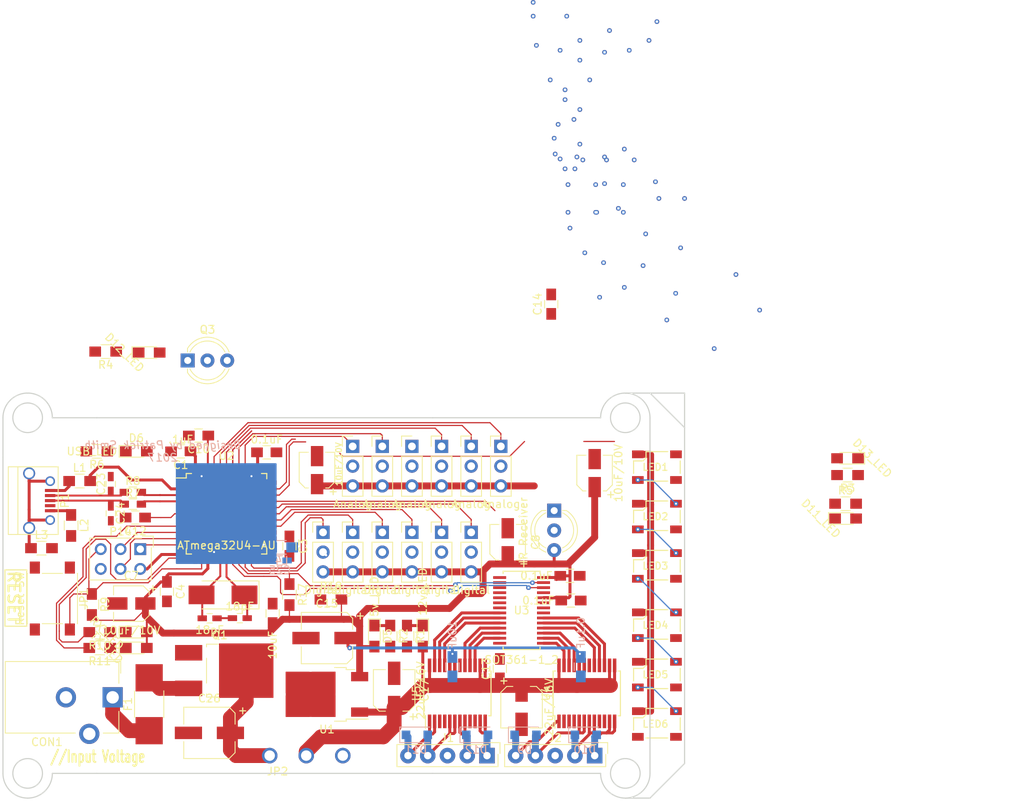
<source format=kicad_pcb>
(kicad_pcb (version 4) (host pcbnew 4.0.6)
  (layers (0 F.Cu signal) (31 B.Cu signal) (34 B.Paste user) (35 F.Paste user) (36 B.SilkS user) (37 F.SilkS user) (38 B.Mask user) (39 F.Mask user) (44 Edge.Cuts user))
  (net 0 "")
  (net 1 +5V)
  (net 2 GND)
  (net 3 "Net-(C9-Pad1)")
  (net 4 /AREF)
  (net 5 "Net-(C11-Pad1)")
  (net 6 "Net-(C12-Pad1)")
  (net 7 +12V)
  (net 8 "Net-(CON1-Pad1)")
  (net 9 "Net-(D1-Pad1)")
  (net 10 "Net-(D2-Pad1)")
  (net 11 D13)
  (net 12 "Net-(D3-Pad1)")
  (net 13 D12)
  (net 14 "Net-(D4-Pad1)")
  (net 15 D11)
  (net 16 "Net-(D5-Pad1)")
  (net 17 "Net-(D6-Pad1)")
  (net 18 UVcc)
  (net 19 "Net-(D7-Pad1)")
  (net 20 "Net-(D8-Pad1)")
  (net 21 /MotorDriver/A01)
  (net 22 /MotorDriver/A02)
  (net 23 /MotorDriver/B01)
  (net 24 /MotorDriver/B02)
  (net 25 /MotorDriver/C01)
  (net 26 /MotorDriver/C02)
  (net 27 /MotorDriver/D01)
  (net 28 /MotorDriver/D02)
  (net 29 /Reset)
  (net 30 "Net-(LED1-Pad4)")
  (net 31 D10)
  (net 32 "Net-(LED2-Pad4)")
  (net 33 "Net-(LED3-Pad4)")
  (net 34 "Net-(LED4-Pad4)")
  (net 35 "Net-(LED5-Pad4)")
  (net 36 D-)
  (net 37 D+)
  (net 38 "Net-(P1-Pad4)")
  (net 39 A5)
  (net 40 D7)
  (net 41 A4)
  (net 42 D6)
  (net 43 A3)
  (net 44 D5)
  (net 45 A2)
  (net 46 D4)
  (net 47 A1)
  (net 48 D1/TXO)
  (net 49 A0)
  (net 50 D0/RXI)
  (net 51 D8)
  (net 52 D9)
  (net 53 "Net-(R10-Pad2)")
  (net 54 "Net-(R11-Pad2)")
  (net 55 /SDA/D2)
  (net 56 /SCL/D3)
  (net 57 SCK)
  (net 58 MOSI)
  (net 59 MISO)
  (net 60 /MotorDriver/PWM0)
  (net 61 /MotorDriver/PWM1)
  (net 62 /MotorDriver/PWM2)
  (net 63 /MotorDriver/PWM3)
  (net 64 /MotorDriver/PWM4)
  (net 65 /MotorDriver/PWM5)
  (net 66 /MotorDriver/PWM6)
  (net 67 /MotorDriver/PWM7)
  (net 68 /MotorDriver/PWM8)
  (net 69 /MotorDriver/PWM9)
  (net 70 /MotorDriver/PWM10)
  (net 71 /MotorDriver/PWM11)
  (net 72 /MotorDriver/PWM12)
  (net 73 /MotorDriver/PWM13)
  (net 74 /MotorDriver/PWM14)
  (net 75 /MotorDriver/PWM15)
  (net 76 "Net-(L1-Pad1)")
  (net 77 "Net-(L2-Pad1)")
  (net 78 "Net-(L3-Pad1)")
  (net 79 /dGnd)
  (net 80 "Net-(LED6-Pad4)")
  (net 81 "Net-(C26-Pad1)")
  (net 82 "Net-(C26-Pad2)")
  (net 83 "Net-(U2-Pad25)")
  (net 84 dGnd)
  (net 85 "Net-(F1-Pad1)")
  (net 86 "Net-(JP2-Pad1)")
  (net 87 "Net-(U2-Pad12)")
  (net 88 "Net-(U2-Pad31)")
  (module NeoPixel:WS2812B_smallsilk (layer F.Cu) (at 188.214 95.25 180)
    (fp_text reference LED1 (at 0.2 0 180) (layer F.SilkS) (effects (font (size 0.9 0.9) (thickness 0.1524))))
    (fp_text value NeoPixel hide)
    (pad 4 smd rect (at 2.45 -1.65 180) (size 1.5 1) (layers F.Cu F.Paste F.Mask) (net 30 "Net-(LED1-Pad4)"))
    (pad 1 smd rect (at -2.45 -1.65 180) (size 1.5 1) (layers F.Cu F.Paste F.Mask) (net 2 GND))
    (pad 2 smd rect (at -2.45 1.65 180) (size 1.5 1) (layers F.Cu F.Paste F.Mask) (net 31 D10))
    (pad 3 smd rect (at 2.45 1.65 180) (size 1.5 1) (layers F.Cu F.Paste F.Mask) (net 1 +5V))
  )
  (module Housings_QFP:TQFP-44_10x10mm_Pitch0.8mm (layer F.Cu) (at 132.88 101.242)
    (fp_text reference U2 (at 0 -7.45) (layer F.SilkS))
    (fp_text value ATmega32U4-AU (at 0 4.064) (layer F.SilkS))
    (pad 1 smd rect (at -5.7 -4) (size 1.5 0.55) (layers F.Cu F.Paste F.Mask) (net 52 D9))
    (pad 2 smd rect (at -5.7 -3.2) (size 1.5 0.55) (layers F.Cu F.Paste F.Mask) (net 18 UVcc))
    (pad 3 smd rect (at -5.7 -2.4) (size 1.5 0.55) (layers F.Cu F.Paste F.Mask) (net 36 D-))
    (pad 4 smd rect (at -5.7 -1.6) (size 1.5 0.55) (layers F.Cu F.Paste F.Mask) (net 37 D+))
    (pad 5 smd rect (at -5.7 -0.8) (size 1.5 0.55) (layers F.Cu F.Paste F.Mask) (net 2 GND))
    (pad 6 smd rect (at -5.7 0) (size 1.5 0.55) (layers F.Cu F.Paste F.Mask) (net 6 "Net-(C12-Pad1)"))
    (pad 7 smd rect (at -5.7 0.8) (size 1.5 0.55) (layers F.Cu F.Paste F.Mask) (net 18 UVcc))
    (pad 8 smd rect (at -5.7 1.6) (size 1.5 0.55) (layers F.Cu F.Paste F.Mask) (net 53 "Net-(R10-Pad2)"))
    (pad 9 smd rect (at -5.7 2.4) (size 1.5 0.55) (layers F.Cu F.Paste F.Mask) (net 57 SCK))
    (pad 10 smd rect (at -5.7 3.2) (size 1.5 0.55) (layers F.Cu F.Paste F.Mask) (net 58 MOSI))
    (pad 11 smd rect (at -5.7 4) (size 1.5 0.55) (layers F.Cu F.Paste F.Mask) (net 59 MISO))
    (pad 12 smd rect (at -4 5.7 90) (size 1.5 0.55) (layers F.Cu F.Paste F.Mask) (net 87 "Net-(U2-Pad12)"))
    (pad 13 smd rect (at -3.2 5.7 90) (size 1.5 0.55) (layers F.Cu F.Paste F.Mask) (net 29 /Reset))
    (pad 14 smd rect (at -2.4 5.7 90) (size 1.5 0.55) (layers F.Cu F.Paste F.Mask) (net 1 +5V))
    (pad 15 smd rect (at -1.6 5.7 90) (size 1.5 0.55) (layers F.Cu F.Paste F.Mask) (net 84 dGnd))
    (pad 16 smd rect (at -0.8 5.7 90) (size 1.5 0.55) (layers F.Cu F.Paste F.Mask) (net 5 "Net-(C11-Pad1)"))
    (pad 17 smd rect (at 0 5.7 90) (size 1.5 0.55) (layers F.Cu F.Paste F.Mask) (net 3 "Net-(C9-Pad1)"))
    (pad 18 smd rect (at 0.8 5.7 90) (size 1.5 0.55) (layers F.Cu F.Paste F.Mask) (net 56 /SCL/D3))
    (pad 19 smd rect (at 1.6 5.7 90) (size 1.5 0.55) (layers F.Cu F.Paste F.Mask) (net 55 /SDA/D2))
    (pad 20 smd rect (at 2.4 5.7 90) (size 1.5 0.55) (layers F.Cu F.Paste F.Mask) (net 50 D0/RXI))
    (pad 21 smd rect (at 3.2 5.7 90) (size 1.5 0.55) (layers F.Cu F.Paste F.Mask) (net 48 D1/TXO))
    (pad 22 smd rect (at 4 5.7 90) (size 1.5 0.55) (layers F.Cu F.Paste F.Mask) (net 54 "Net-(R11-Pad2)"))
    (pad 23 smd rect (at 5.7 4) (size 1.5 0.55) (layers F.Cu F.Paste F.Mask) (net 84 dGnd))
    (pad 24 smd rect (at 5.7 3.2) (size 1.5 0.55) (layers F.Cu F.Paste F.Mask) (net 1 +5V))
    (pad 25 smd rect (at 5.7 2.4) (size 1.5 0.55) (layers F.Cu F.Paste F.Mask) (net 83 "Net-(U2-Pad25)"))
    (pad 26 smd rect (at 5.7 1.6) (size 1.5 0.55) (layers F.Cu F.Paste F.Mask) (net 46 D4))
    (pad 27 smd rect (at 5.7 0.8) (size 1.5 0.55) (layers F.Cu F.Paste F.Mask) (net 44 D5))
    (pad 28 smd rect (at 5.7 0) (size 1.5 0.55) (layers F.Cu F.Paste F.Mask) (net 42 D6))
    (pad 29 smd rect (at 5.7 -0.8) (size 1.5 0.55) (layers F.Cu F.Paste F.Mask) (net 40 D7))
    (pad 30 smd rect (at 5.7 -1.6) (size 1.5 0.55) (layers F.Cu F.Paste F.Mask) (net 51 D8))
    (pad 31 smd rect (at 5.7 -2.4) (size 1.5 0.55) (layers F.Cu F.Paste F.Mask) (net 88 "Net-(U2-Pad31)"))
    (pad 32 smd rect (at 5.7 -3.2) (size 1.5 0.55) (layers F.Cu F.Paste F.Mask) (net 31 D10))
    (pad 33 smd rect (at 5.7 -4) (size 1.5 0.55) (layers F.Cu F.Paste F.Mask) (net 84 dGnd))
    (pad 34 smd rect (at 4 -5.7 90) (size 1.5 0.55) (layers F.Cu F.Paste F.Mask) (net 1 +5V))
    (pad 35 smd rect (at 3.2 -5.7 90) (size 1.5 0.55) (layers F.Cu F.Paste F.Mask) (net 84 dGnd))
    (pad 36 smd rect (at 2.4 -5.7 90) (size 1.5 0.55) (layers F.Cu F.Paste F.Mask) (net 39 A5))
    (pad 37 smd rect (at 1.6 -5.7 90) (size 1.5 0.55) (layers F.Cu F.Paste F.Mask) (net 41 A4))
    (pad 38 smd rect (at 0.8 -5.7 90) (size 1.5 0.55) (layers F.Cu F.Paste F.Mask) (net 43 A3))
    (pad 39 smd rect (at 0 -5.7 90) (size 1.5 0.55) (layers F.Cu F.Paste F.Mask) (net 45 A2))
    (pad 40 smd rect (at -0.8 -5.7 90) (size 1.5 0.55) (layers F.Cu F.Paste F.Mask) (net 47 A1))
    (pad 41 smd rect (at -1.6 -5.7 90) (size 1.5 0.55) (layers F.Cu F.Paste F.Mask) (net 49 A0))
    (pad 42 smd rect (at -2.4 -5.7 90) (size 1.5 0.55) (layers F.Cu F.Paste F.Mask) (net 4 /AREF))
    (pad 43 smd rect (at -3.2 -5.7 90) (size 1.5 0.55) (layers F.Cu F.Paste F.Mask) (net 84 dGnd))
    (pad 44 smd rect (at -4 -5.7 90) (size 1.5 0.55) (layers F.Cu F.Paste F.Mask) (net 1 +5V))
  )
  (module VIA:VIA-.6mm (layer F.Cu) (at 180.848 73.406)
    (fp_text reference REF** hide)
    (fp_text value VIA-.6mm hide)
    (pad 1 thru_hole circle (at 0 0) (size 0.6 0.6) (drill 0.3) (layers *.Cu) (net 2 GND))
  )
  (module VIA:VIA-.6mm (layer F.Cu) (at 178.943 67.691)
    (fp_text reference REF** hide)
    (fp_text value VIA-.6mm hide)
    (pad 1 thru_hole circle (at 0 0) (size 0.6 0.6) (drill 0.3) (layers *.Cu) (net 2 GND))
  )
  (module VIA:VIA-.6mm (layer F.Cu) (at 177.673 56.896)
    (fp_text reference REF** hide)
    (fp_text value VIA-.6mm hide)
    (pad 1 thru_hole circle (at 0 0) (size 0.6 0.6) (drill 0.3) (layers *.Cu) (net 2 GND))
  )
  (module VIA:VIA-.6mm (layer F.Cu) (at 176.403 56.896)
    (fp_text reference REF** hide)
    (fp_text value VIA-.6mm hide)
    (pad 1 thru_hole circle (at 0 0) (size 0.6 0.6) (drill 0.3) (layers *.Cu) (net 2 GND))
  )
  (module VIA:VIA-.6mm (layer F.Cu) (at 175.006 52.959)
    (fp_text reference REF** hide)
    (fp_text value VIA-.6mm hide)
    (pad 1 thru_hole circle (at 0 0) (size 0.6 0.6) (drill 0.3) (layers *.Cu) (net 2 GND))
  )
  (module VIA:VIA-.6mm (layer F.Cu) (at 227.711 89.535 45)
    (fp_text reference REF** hide)
    (fp_text value VIA-.6mm hide)
  )
  (module VIA:VIA-.6mm (layer F.Cu) (at 186.771 65.263)
    (fp_text reference REF** hide)
    (fp_text value VIA-.6mm hide)
    (pad 1 thru_hole circle (at 0 0) (size 0.6 0.6) (drill 0.3) (layers *.Cu) (net 2 GND))
  )
  (module VIA:VIA-.6mm (layer F.Cu) (at 177.038 64.516)
    (fp_text reference REF** hide)
    (fp_text value VIA-.6mm hide)
    (pad 1 thru_hole circle (at 0 0) (size 0.6 0.6) (drill 0.3) (layers *.Cu) (net 2 GND))
  )
  (module VIA:VIA-.6mm (layer F.Cu) (at 191.77 60.706)
    (fp_text reference REF** hide)
    (fp_text value VIA-.6mm hide)
    (pad 1 thru_hole circle (at 0 0) (size 0.6 0.6) (drill 0.3) (layers *.Cu) (net 2 GND))
  )
  (module VIA:VIA-.6mm (layer F.Cu) (at 188.468 60.706)
    (fp_text reference REF** hide)
    (fp_text value VIA-.6mm hide)
    (pad 1 thru_hole circle (at 0 0) (size 0.6 0.6) (drill 0.3) (layers *.Cu) (net 2 GND))
  )
  (module VIA:VIA-.6mm (layer F.Cu) (at 186.436 69.342)
    (fp_text reference REF** hide)
    (fp_text value VIA-.6mm hide)
    (pad 1 thru_hole circle (at 0 0) (size 0.6 0.6) (drill 0.3) (layers *.Cu) (net 2 GND))
  )
  (module VIA:VIA-.6mm (layer F.Cu) (at 178.308 53.721)
    (fp_text reference REF** hide)
    (fp_text value VIA-.6mm hide)
    (pad 1 thru_hole circle (at 0 0) (size 0.6 0.6) (drill 0.3) (layers *.Cu) (net 2 GND))
  )
  (module VIA:VIA-.6mm (layer F.Cu) (at 180.467 62.484)
    (fp_text reference REF** hide)
    (fp_text value VIA-.6mm hide)
    (pad 1 thru_hole circle (at 0 0) (size 0.6 0.6) (drill 0.3) (layers *.Cu) (net 2 GND))
  )
  (module VIA:VIA-.6mm (layer F.Cu) (at 183.261 61.976)
    (fp_text reference REF** hide)
    (fp_text value VIA-.6mm hide)
    (pad 1 thru_hole circle (at 0 0) (size 0.6 0.6) (drill 0.3) (layers *.Cu) (net 2 GND))
  )
  (module VIA:VIA-.6mm (layer F.Cu) (at 181.483 41.91)
    (fp_text reference REF** hide)
    (fp_text value VIA-.6mm hide)
    (pad 1 thru_hole circle (at 0 0) (size 0.6 0.6) (drill 0.3) (layers *.Cu) (net 2 GND))
  )
  (module VIA:VIA-.6mm (layer F.Cu) (at 172.72 41.021)
    (fp_text reference REF** hide)
    (fp_text value VIA-.6mm hide)
    (pad 1 thru_hole circle (at 0 0) (size 0.6 0.6) (drill 0.3) (layers *.Cu) (net 2 GND))
  )
  (module VIA:VIA-.6mm (layer F.Cu) (at 175.133 54.991)
    (fp_text reference REF** hide)
    (fp_text value VIA-.6mm hide)
    (pad 1 thru_hole circle (at 0 0) (size 0.6 0.6) (drill 0.3) (layers *.Cu) (net 2 GND))
  )
  (module VIA:VIA-.6mm (layer F.Cu) (at 191.262 67.056)
    (fp_text reference REF** hide)
    (fp_text value VIA-.6mm hide)
    (pad 1 thru_hole circle (at 0 0) (size 0.6 0.6) (drill 0.3) (layers *.Cu) (net 2 GND))
  )
  (module VIA:VIA-.6mm (layer F.Cu) (at 184.023 72.136)
    (fp_text reference REF** hide)
    (fp_text value VIA-.6mm hide)
    (pad 1 thru_hole circle (at 0 0) (size 0.6 0.6) (drill 0.3) (layers *.Cu) (net 2 GND))
  )
  (module VIA:VIA-.6mm (layer F.Cu) (at 181.356 68.961)
    (fp_text reference REF** hide)
    (fp_text value VIA-.6mm hide)
    (pad 1 thru_hole circle (at 0 0) (size 0.6 0.6) (drill 0.3) (layers *.Cu) (net 2 GND))
  )
  (module VIA:VIA-.6mm (layer F.Cu) (at 178.308 49.276)
    (fp_text reference REF** hide)
    (fp_text value VIA-.6mm hide)
    (pad 1 thru_hole circle (at 0 0) (size 0.6 0.6) (drill 0.3) (layers *.Cu) (net 2 GND))
  )
  (module VIA:VIA-.6mm (layer F.Cu) (at 174.498 45.466)
    (fp_text reference REF** hide)
    (fp_text value VIA-.6mm hide)
    (pad 1 thru_hole circle (at 0 0) (size 0.6 0.6) (drill 0.3) (layers *.Cu) (net 2 GND))
  )
  (module VIA:VIA-.6mm (layer F.Cu) (at 178.308 42.926)
    (fp_text reference REF** hide)
    (fp_text value VIA-.6mm hide)
    (pad 1 thru_hole circle (at 0 0) (size 0.6 0.6) (drill 0.3) (layers *.Cu) (net 2 GND))
  )
  (module VIA:VIA-.6mm (layer F.Cu) (at 178.308 40.386)
    (fp_text reference REF** hide)
    (fp_text value VIA-.6mm hide)
    (pad 1 thru_hole circle (at 0 0) (size 0.6 0.6) (drill 0.3) (layers *.Cu) (net 2 GND))
  )
  (module VIA:VIA-.6mm (layer F.Cu) (at 187.198 40.386)
    (fp_text reference REF** hide)
    (fp_text value VIA-.6mm hide)
    (pad 1 thru_hole circle (at 0 0) (size 0.6 0.6) (drill 0.3) (layers *.Cu) (net 2 GND))
  )
  (module VIA:VIA-.6mm (layer F.Cu) (at 203.835 72.517)
    (fp_text reference REF** hide)
    (fp_text value VIA-.6mm hide)
    (pad 1 thru_hole circle (at -13.208 0.381) (size 0.6 0.6) (drill 0.3) (layers *.Cu) (net 2 GND))
  )
  (module VIA:VIA-.6mm (layer F.Cu) (at 201.803 74.549)
    (fp_text reference REF** hide)
    (fp_text value VIA-.6mm hide)
    (pad 1 thru_hole circle (at -3.429 -4.064) (size 0.6 0.6) (drill 0.3) (layers *.Cu) (net 2 GND))
  )
  (module VIA:VIA-.6mm (layer F.Cu) (at 231.521 84.455)
    (fp_text reference REF** hide)
    (fp_text value VIA-.6mm hide)
  )
  (module VIA:VIA-.6mm (layer F.Cu) (at 175.768 55.626)
    (fp_text reference REF** hide)
    (fp_text value VIA-.6mm hide)
    (pad 1 thru_hole circle (at 0 0) (size 0.6 0.6) (drill 0.3) (layers *.Cu) (net 2 GND))
  )
  (module VIA:VIA-.6mm (layer F.Cu) (at 176.403 46.736)
    (fp_text reference REF** hide)
    (fp_text value VIA-.6mm hide)
    (pad 1 thru_hole circle (at 0 0) (size 0.6 0.6) (drill 0.3) (layers *.Cu) (net 2 GND))
  )
  (module VIA:VIA-.6mm (layer F.Cu) (at 176.784 58.928)
    (fp_text reference REF** hide)
    (fp_text value VIA-.6mm hide)
    (pad 1 thru_hole circle (at 0 0) (size 0.6 0.6) (drill 0.3) (layers *.Cu) (net 2 GND))
  )
  (module VIA:VIA-.6mm (layer F.Cu) (at 180.34 58.928)
    (fp_text reference REF** hide)
    (fp_text value VIA-.6mm hide)
    (pad 1 thru_hole circle (at 0 0) (size 0.6 0.6) (drill 0.3) (layers *.Cu) (net 2 GND))
  )
  (module VIA:VIA-.6mm (layer F.Cu) (at 183.896 58.928)
    (fp_text reference REF** hide)
    (fp_text value VIA-.6mm hide)
    (pad 1 thru_hole circle (at 0 0) (size 0.6 0.6) (drill 0.3) (layers *.Cu) (net 2 GND))
  )
  (module VIA:VIA-.6mm (layer F.Cu) (at 183.896 62.484)
    (fp_text reference REF** hide)
    (fp_text value VIA-.6mm hide)
    (pad 1 thru_hole circle (at 0 0) (size 0.6 0.6) (drill 0.3) (layers *.Cu) (net 2 GND))
  )
  (module VIA:VIA-.6mm (layer F.Cu) (at 180.34 62.484)
    (fp_text reference REF** hide)
    (fp_text value VIA-.6mm hide)
    (pad 1 thru_hole circle (at 0 0) (size 0.6 0.6) (drill 0.3) (layers *.Cu) (net 2 GND))
  )
  (module VIA:VIA-.6mm (layer F.Cu) (at 176.784 62.484)
    (fp_text reference REF** hide)
    (fp_text value VIA-.6mm hide)
    (pad 1 thru_hole circle (at 0 0) (size 0.6 0.6) (drill 0.3) (layers *.Cu) (net 2 GND))
  )
  (module VIA:VIA-.6mm (layer F.Cu) (at 175.514 51.181)
    (fp_text reference REF** hide)
    (fp_text value VIA-.6mm hide)
    (pad 1 thru_hole circle (at 0 0) (size 0.6 0.6) (drill 0.3) (layers *.Cu) (net 2 GND))
  )
  (module VIA:VIA-.6mm (layer F.Cu) (at 145.669 106.553)
    (fp_text reference REF** hide)
    (fp_text value VIA-.6mm hide)
    (pad 1 thru_hole circle (at 0 0) (size 0.6 0.6) (drill 0.3) (layers *.Cu) (net 2 GND))
  )
  (module VIA:VIA-.6mm (layer F.Cu) (at 175.768 41.656)
    (fp_text reference REF** hide)
    (fp_text value VIA-.6mm hide)
    (pad 1 thru_hole circle (at 0 0) (size 0.6 0.6) (drill 0.3) (layers *.Cu) (net 2 GND))
  )
  (module VIA:VIA-.6mm (layer F.Cu) (at 201.803 77.343)
    (fp_text reference REF** hide)
    (fp_text value VIA-.6mm hide)
    (pad 1 thru_hole circle (at -12.319 -1.016) (size 0.6 0.6) (drill 0.3) (layers *.Cu) (net 2 GND))
  )
  (module VIA:VIA-.6mm (layer F.Cu) (at 176.403 48.006)
    (fp_text reference REF** hide)
    (fp_text value VIA-.6mm hide)
    (pad 1 thru_hole circle (at 0 0) (size 0.6 0.6) (drill 0.3) (layers *.Cu) (net 2 GND))
  )
  (module VIA:VIA-.6mm (layer F.Cu) (at 179.578 45.466)
    (fp_text reference REF** hide)
    (fp_text value VIA-.6mm hide)
    (pad 1 thru_hole circle (at 0 0) (size 0.6 0.6) (drill 0.3) (layers *.Cu) (net 2 GND))
  )
  (module VIA:VIA-.6mm (layer F.Cu) (at 209.169 77.216)
    (fp_text reference REF** hide)
    (fp_text value VIA-.6mm hide)
    (pad 1 thru_hole circle (at -7.747 -2.159) (size 0.6 0.6) (drill 0.3) (layers *.Cu) (net 2 GND))
  )
  (module VIA:VIA-.6mm (layer F.Cu) (at 182.118 39.116)
    (fp_text reference REF** hide)
    (fp_text value VIA-.6mm hide)
    (pad 1 thru_hole circle (at 0 0) (size 0.6 0.6) (drill 0.3) (layers *.Cu) (net 2 GND))
  )
  (module VIA:VIA-.6mm (layer F.Cu) (at 184.658 41.656)
    (fp_text reference REF** hide)
    (fp_text value VIA-.6mm hide)
    (pad 1 thru_hole circle (at 0 0) (size 0.6 0.6) (drill 0.3) (layers *.Cu) (net 2 GND))
  )
  (module VIA:VIA-.6mm (layer F.Cu) (at 177.546 50.546)
    (fp_text reference REF** hide)
    (fp_text value VIA-.6mm hide)
    (pad 1 thru_hole circle (at 0 0) (size 0.6 0.6) (drill 0.3) (layers *.Cu) (net 2 GND))
  )
  (module VIA:VIA-.6mm (layer F.Cu) (at 207.899 82.931)
    (fp_text reference REF** hide)
    (fp_text value VIA-.6mm hide)
    (pad 1 thru_hole circle (at -12.319 -2.921) (size 0.6 0.6) (drill 0.3) (layers *.Cu) (net 2 GND))
  )
  (module VIA:VIA-.6mm (layer F.Cu) (at 188.026801 58.559687 45)
    (fp_text reference REF** hide)
    (fp_text value VIA-.6mm hide)
    (pad 1 thru_hole circle (at 0 0 45) (size 0.6 0.6) (drill 0.3) (layers *.Cu) (net 2 GND))
  )
  (module VIA:VIA-.6mm (layer F.Cu) (at 181.483 58.801)
    (fp_text reference REF** hide)
    (fp_text value VIA-.6mm hide)
    (pad 1 thru_hole circle (at 0 0) (size 0.6 0.6) (drill 0.3) (layers *.Cu) (net 2 GND))
  )
  (module VIA:VIA-.6mm (layer F.Cu) (at 181.483 55.372)
    (fp_text reference REF** hide)
    (fp_text value VIA-.6mm hide)
    (pad 1 thru_hole circle (at 0 0) (size 0.6 0.6) (drill 0.3) (layers *.Cu) (net 2 GND))
  )
  (module VIA:VIA-.6mm (layer F.Cu) (at 177.927 55.372)
    (fp_text reference REF** hide)
    (fp_text value VIA-.6mm hide)
    (pad 1 thru_hole circle (at 0 0) (size 0.6 0.6) (drill 0.3) (layers *.Cu) (net 2 GND))
  )
  (module VIA:VIA-.6mm (layer F.Cu) (at 188.214 37.973)
    (fp_text reference REF** hide)
    (fp_text value VIA-.6mm hide)
    (pad 1 thru_hole circle (at 0 0) (size 0.6 0.6) (drill 0.3) (layers *.Cu) (net 2 GND))
  )
  (module VIA:VIA-.6mm (layer F.Cu) (at 185.293 55.753)
    (fp_text reference REF** hide)
    (fp_text value VIA-.6mm hide)
    (pad 1 thru_hole circle (at 0 0) (size 0.6 0.6) (drill 0.3) (layers *.Cu) (net 2 GND))
  )
  (module VIA:VIA-.6mm (layer F.Cu) (at 181.737 55.753)
    (fp_text reference REF** hide)
    (fp_text value VIA-.6mm hide)
    (pad 1 thru_hole circle (at 0 0) (size 0.6 0.6) (drill 0.3) (layers *.Cu) (net 2 GND))
  )
  (module VIA:VIA-.6mm (layer F.Cu) (at 178.689 55.753)
    (fp_text reference REF** hide)
    (fp_text value VIA-.6mm hide)
    (pad 1 thru_hole circle (at 0 0) (size 0.6 0.6) (drill 0.3) (layers *.Cu) (net 2 GND))
  )
  (module VIA:VIA-.6mm (layer F.Cu) (at 184.023 54.356)
    (fp_text reference REF** hide)
    (fp_text value VIA-.6mm hide)
    (pad 1 thru_hole circle (at 0 0) (size 0.6 0.6) (drill 0.3) (layers *.Cu) (net 2 GND))
  )
  (module VIA:VIA-.6mm (layer F.Cu) (at 176.621 37.269)
    (fp_text reference REF** hide)
    (fp_text value VIA-.6mm hide)
    (pad 1 thru_hole circle (at 0 0) (size 0.6 0.6) (drill 0.3) (layers *.Cu) (net 2 GND))
  )
  (module VIA:VIA-.6mm (layer F.Cu) (at 172.303 37.269)
    (fp_text reference REF** hide)
    (fp_text value VIA-.6mm hide)
    (pad 1 thru_hole circle (at 0 0) (size 0.6 0.6) (drill 0.3) (layers *.Cu) (net 2 GND))
  )
  (module VIA:VIA-.6mm (layer F.Cu) (at 172.303 35.491)
    (fp_text reference REF** hide)
    (fp_text value VIA-.6mm hide)
    (pad 1 thru_hole circle (at 0 0) (size 0.6 0.6) (drill 0.3) (layers *.Cu) (net 2 GND))
  )
  (module NeoPixel:WS2812B_smallsilk (layer F.Cu) (at 188.214 128.27 180)
    (fp_text reference LED6 (at 0.2 0 180) (layer F.SilkS) (effects (font (size 0.9 0.9) (thickness 0.1524))))
    (fp_text value NeoPixel hide)
    (pad 4 smd rect (at 2.45 -1.65 180) (size 1.5 1) (layers F.Cu F.Paste F.Mask) (net 80 "Net-(LED6-Pad4)"))
    (pad 1 smd rect (at -2.45 -1.65 180) (size 1.5 1) (layers F.Cu F.Paste F.Mask) (net 2 GND))
    (pad 2 smd rect (at -2.45 1.65 180) (size 1.5 1) (layers F.Cu F.Paste F.Mask) (net 35 "Net-(LED5-Pad4)"))
    (pad 3 smd rect (at 2.45 1.65 180) (size 1.5 1) (layers F.Cu F.Paste F.Mask) (net 1 +5V))
  )
  (module Capacitors_SMD:C_0805_HandSoldering (layer F.Cu) (at 127 93.218 180)
    (fp_text reference C1 (at 0 -1.75 180) (layer F.SilkS))
    (fp_text value .1uF (at 0 1.524 180) (layer F.SilkS))
    (pad 1 smd rect (at -1.25 0 180) (size 1.5 1.25) (layers F.Cu F.Paste F.Mask) (net 1 +5V))
    (pad 2 smd rect (at 1.25 0 180) (size 1.5 1.25) (layers F.Cu F.Paste F.Mask) (net 84 dGnd))
  )
  (module Capacitors_SMD:C_0805_HandSoldering (layer F.Cu) (at 138.049 93.345)
    (fp_text reference C2 hide)
    (fp_text value 0.1uF (at 0 -1.651) (layer F.SilkS))
    (pad 1 smd rect (at -1.25 0) (size 1.5 1.25) (layers F.Cu F.Paste F.Mask) (net 1 +5V))
    (pad 2 smd rect (at 1.25 0) (size 1.5 1.25) (layers F.Cu F.Paste F.Mask) (net 84 dGnd))
  )
  (module Capacitors_SMD:C_0805_HandSoldering (layer F.Cu) (at 140.97 105.41 270)
    (fp_text reference C3 (at 0 -1.75 270) (layer F.SilkS))
    (fp_text value 0.1uF)
    (pad 1 smd rect (at -1.25 0 270) (size 1.5 1.25) (layers F.Cu F.Paste F.Mask) (net 1 +5V))
    (pad 2 smd rect (at 1.25 0 270) (size 1.5 1.25) (layers F.Cu F.Paste F.Mask) (net 84 dGnd))
  )
  (module Capacitors_SMD:C_0805_HandSoldering (layer F.Cu) (at 125.222 111.252 270)
    (fp_text reference C4 (at 0 -1.75 270) (layer F.SilkS))
    (fp_text value 0.1uF)
    (pad 1 smd rect (at -1.25 0 270) (size 1.5 1.25) (layers F.Cu F.Paste F.Mask) (net 1 +5V))
    (pad 2 smd rect (at 1.25 0 270) (size 1.5 1.25) (layers F.Cu F.Paste F.Mask) (net 84 dGnd))
  )
  (module Capacitors_SMD:CP_Elec_4x4.5 (layer F.Cu) (at 144.526 95.631 90)
    (fp_text reference C5 hide)
    (fp_text value 10uF/10V (at 0.762 2.794 90) (layer F.SilkS) (effects (font (size 0.75 0.75))))
    (fp_text user + (at -2.78 1.99 270) (layer F.SilkS))
    (pad 1 smd rect (at -1.8 0 270) (size 2.6 1.6) (layers F.Cu F.Paste F.Mask) (net 1 +5V))
    (pad 2 smd rect (at 1.8 0 270) (size 2.6 1.6) (layers F.Cu F.Paste F.Mask) (net 2 GND))
  )
  (module Capacitors_SMD:CP_Elec_4x4.5 (layer F.Cu) (at 180.213 96.012 90)
    (fp_text reference C6 hide)
    (fp_text value 10uF/10V (at 0 3.048 90) (layer F.SilkS))
    (fp_text user + (at -2.78 1.99 270) (layer F.SilkS))
    (pad 1 smd rect (at -1.8 0 270) (size 2.6 1.6) (layers F.Cu F.Paste F.Mask) (net 1 +5V))
    (pad 2 smd rect (at 1.8 0 270) (size 2.6 1.6) (layers F.Cu F.Paste F.Mask) (net 2 GND))
  )
  (module Capacitors_SMD:CP_Elec_4x4.5 (layer F.Cu) (at 120.65 112.776 180)
    (fp_text reference C7 (at 0 3.58 360) (layer F.SilkS))
    (fp_text value 10uF/10V (at 0 -3.45 180) (layer F.SilkS))
    (fp_text user + (at -2.78 1.99 360) (layer F.SilkS))
    (pad 1 smd rect (at -1.8 0) (size 2.6 1.6) (layers F.Cu F.Paste F.Mask) (net 1 +5V))
    (pad 2 smd rect (at 1.8 0) (size 2.6 1.6) (layers F.Cu F.Paste F.Mask) (net 2 GND))
  )
  (module Capacitors_SMD:CP_Elec_4x4.5 (layer F.Cu) (at 169.037 104.902 90)
    (fp_text reference C8 (at 0 3.58 270) (layer F.SilkS))
    (fp_text value 10uF/10V)
    (fp_text user + (at -2.78 1.99 270) (layer F.SilkS))
    (pad 1 smd rect (at -1.8 0 270) (size 2.6 1.6) (layers F.Cu F.Paste F.Mask) (net 1 +5V))
    (pad 2 smd rect (at 1.8 0 270) (size 2.6 1.6) (layers F.Cu F.Paste F.Mask) (net 2 GND))
  )
  (module Capacitors_SMD:C_0603_HandSoldering (layer F.Cu) (at 134.59 114.662 180)
    (fp_text reference C9 hide)
    (fp_text value 18pF (at 0 1.5 180) (layer F.SilkS))
    (pad 1 smd rect (at -0.95 0 180) (size 1.2 0.75) (layers F.Cu F.Paste F.Mask) (net 3 "Net-(C9-Pad1)"))
    (pad 2 smd rect (at 0.95 0 180) (size 1.2 0.75) (layers F.Cu F.Paste F.Mask) (net 2 GND))
  )
  (module Capacitors_SMD:C_0805_HandSoldering (layer F.Cu) (at 129.286 91.186 180)
    (fp_text reference C10 (at 0 -1.75 180) (layer F.SilkS))
    (fp_text value 0.1uF)
    (pad 1 smd rect (at -1.25 0 180) (size 1.5 1.25) (layers F.Cu F.Paste F.Mask) (net 4 /AREF))
    (pad 2 smd rect (at 1.25 0 180) (size 1.5 1.25) (layers F.Cu F.Paste F.Mask) (net 2 GND))
  )
  (module Capacitors_SMD:C_0603_HandSoldering (layer F.Cu) (at 130.71 114.682)
    (fp_text reference C11 hide)
    (fp_text value 18pF (at 0 1.5) (layer F.SilkS))
    (pad 1 smd rect (at -0.95 0) (size 1.2 0.75) (layers F.Cu F.Paste F.Mask) (net 5 "Net-(C11-Pad1)"))
    (pad 2 smd rect (at 0.95 0) (size 1.2 0.75) (layers F.Cu F.Paste F.Mask) (net 2 GND))
  )
  (module Capacitors_SMD:C_0805_HandSoldering (layer F.Cu) (at 121.158 101.727 180)
    (fp_text reference C12 (at 0 -1.75 180) (layer F.SilkS))
    (fp_text value 1uF)
    (pad 1 smd rect (at -1.25 0 180) (size 1.5 1.25) (layers F.Cu F.Paste F.Mask) (net 6 "Net-(C12-Pad1)"))
    (pad 2 smd rect (at 1.25 0 180) (size 1.5 1.25) (layers F.Cu F.Paste F.Mask) (net 2 GND))
  )
  (module Capacitors_SMD:C_0805_HandSoldering (layer F.Cu) (at 168.021 121.158 90)
    (fp_text reference C13 (at 0 -1.75 90) (layer F.SilkS))
    (fp_text value 0.33uF)
    (pad 1 smd rect (at -1.25 0 90) (size 1.5 1.25) (layers F.Cu F.Paste F.Mask) (net 7 +12V))
    (pad 2 smd rect (at 1.25 0 90) (size 1.5 1.25) (layers F.Cu F.Paste F.Mask) (net 2 GND))
  )
  (module Capacitors_SMD:C_0805_HandSoldering (layer F.Cu) (at 174.625 74.295 90)
    (fp_text reference C14 (at 0 -1.75 90) (layer F.SilkS))
    (fp_text value 0.1uF)
    (pad 1 smd rect (at -1.25 0 90) (size 1.5 1.25) (layers F.Cu F.Paste F.Mask) (net 1 +5V))
    (pad 2 smd rect (at 1.25 0 90) (size 1.5 1.25) (layers F.Cu F.Paste F.Mask) (net 2 GND))
  )
  (module Capacitors_SMD:CP_Elec_6.3x7.7 (layer F.Cu) (at 145.796 117.221 180)
    (fp_text reference C15 (at 0 4.43 180) (layer F.SilkS))
    (fp_text value 100uF)
    (fp_text user + (at -4.28 2.91 180) (layer F.SilkS))
    (pad 1 smd rect (at -2.7 0) (size 3.5 1.6) (layers F.Cu F.Paste F.Mask) (net 1 +5V))
    (pad 2 smd rect (at 2.7 0) (size 3.5 1.6) (layers F.Cu F.Paste F.Mask) (net 2 GND))
  )
  (module Capacitors_SMD:CP_Elec_5x5.8 (layer F.Cu) (at 170.815 126.111 270)
    (fp_text reference C16 hide)
    (fp_text value 22uF/16V (at 0 -3.556 270) (layer F.SilkS))
    (fp_text user + (at -3.38 2.35 270) (layer F.SilkS))
    (pad 1 smd rect (at -2.2 0 90) (size 3 1.6) (layers F.Cu F.Paste F.Mask) (net 7 +12V))
    (pad 2 smd rect (at 2.2 0 90) (size 3 1.6) (layers F.Cu F.Paste F.Mask) (net 2 GND))
  )
  (module Capacitors_SMD:CP_Elec_5x5.8 (layer F.Cu) (at 154.432 123.952 90)
    (fp_text reference C17 (at 0 3.92 90) (layer F.SilkS))
    (fp_text value 22uF/16V (at 0 3.429 90) (layer F.SilkS))
    (fp_text user + (at -3.38 2.35 90) (layer F.SilkS))
    (pad 1 smd rect (at -2.2 0 270) (size 3 1.6) (layers F.Cu F.Paste F.Mask) (net 7 +12V))
    (pad 2 smd rect (at 2.2 0 270) (size 3 1.6) (layers F.Cu F.Paste F.Mask) (net 2 GND))
  )
  (module Capacitors_SMD:C_0805_HandSoldering (layer F.Cu) (at 138.811 114.046 90)
    (fp_text reference C18 hide)
    (fp_text value 10uF (at -4.064 0 90) (layer F.SilkS))
    (pad 1 smd rect (at -1.25 0 90) (size 1.5 1.25) (layers F.Cu F.Paste F.Mask) (net 1 +5V))
    (pad 2 smd rect (at 1.25 0 90) (size 1.5 1.25) (layers F.Cu F.Paste F.Mask) (net 2 GND))
  )
  (module Capacitors_SMD:C_0805_HandSoldering (layer B.Cu) (at 178.435 120.904 270)
    (fp_text reference C19 hide)
    (fp_text value 0.1uF (at -4.318 0 270) (layer B.SilkS) (effects (justify mirror)))
    (pad 1 smd rect (at -1.25 0 270) (size 1.5 1.25) (layers B.Cu B.Paste B.Mask) (net 1 +5V))
    (pad 2 smd rect (at 1.25 0 270) (size 1.5 1.25) (layers B.Cu B.Paste B.Mask) (net 2 GND))
  )
  (module Capacitors_SMD:C_0805_HandSoldering (layer F.Cu) (at 177.165 112.395)
    (fp_text reference C20 hide)
    (fp_text value 0.1uF (at -4.191 0) (layer F.SilkS))
    (pad 1 smd rect (at -1.25 0) (size 1.5 1.25) (layers F.Cu F.Paste F.Mask) (net 1 +5V))
    (pad 2 smd rect (at 1.25 0) (size 1.5 1.25) (layers F.Cu F.Paste F.Mask) (net 2 GND))
  )
  (module Capacitors_SMD:C_0805_HandSoldering (layer F.Cu) (at 177.038 109.22)
    (fp_text reference C21 hide)
    (fp_text value 0.1uF (at -4.318 0) (layer F.SilkS))
    (pad 1 smd rect (at -1.25 0) (size 1.5 1.25) (layers F.Cu F.Paste F.Mask) (net 1 +5V))
    (pad 2 smd rect (at 1.25 0) (size 1.5 1.25) (layers F.Cu F.Paste F.Mask) (net 2 GND))
  )
  (module Capacitors_SMD:C_0805_HandSoldering (layer B.Cu) (at 161.925 120.904 270)
    (fp_text reference C22 hide)
    (fp_text value 10uF (at -4.064 0 270) (layer B.SilkS) (effects (justify mirror)))
    (pad 1 smd rect (at -1.25 0 270) (size 1.5 1.25) (layers B.Cu B.Paste B.Mask) (net 1 +5V))
    (pad 2 smd rect (at 1.25 0 270) (size 1.5 1.25) (layers B.Cu B.Paste B.Mask) (net 2 GND))
  )
  (module Connectors:Barrel_Jack_CUI_PJ-102AH (layer F.Cu) (at 118.237 124.841 270)
    (fp_text reference CON1 (at 5.75 8.45 360) (layer F.SilkS))
    (fp_text value BARREL_JACK)
    (pad 1 thru_hole rect (at 0 0 270) (size 2.6 2.6) (drill 1.6) (layers *.Cu *.Mask) (net 8 "Net-(CON1-Pad1)"))
    (pad 2 thru_hole circle (at 0 6 270) (size 2.6 2.6) (drill 1.6) (layers *.Cu *.Mask) (net 2 GND))
    (pad 3 thru_hole circle (at 4.7 3 270) (size 2.6 2.6) (drill 1.6) (layers *.Cu *.Mask) (net 2 GND))
  )
  (module LEDs:LED_0805_HandSoldering (layer F.Cu) (at 158.115 116.967 270)
    (fp_text reference D1 hide)
    (fp_text value 12v_LED (at -5.715 0 450) (layer F.SilkS))
    (pad 1 smd rect (at -1.35 0 270) (size 1.5 1.3) (layers F.Cu F.Paste F.Mask) (net 9 "Net-(D1-Pad1)"))
    (pad 2 smd rect (at 1.35 0 270) (size 1.5 1.3) (layers F.Cu F.Paste F.Mask) (net 7 +12V))
  )
  (module LEDs:LED_0805_HandSoldering (layer F.Cu) (at 212.725 94.107 180)
    (fp_text reference D2 hide)
    (fp_text value D13_LED (at -3.175 0 315) (layer F.SilkS))
    (pad 1 smd rect (at -1.35 0 180) (size 1.5 1.3) (layers F.Cu F.Paste F.Mask) (net 10 "Net-(D2-Pad1)"))
    (pad 2 smd rect (at 1.35 0 180) (size 1.5 1.3) (layers F.Cu F.Paste F.Mask) (net 11 D13))
  )
  (module LEDs:LED_0805_HandSoldering (layer F.Cu) (at 122.936 80.518)
    (fp_text reference D3 hide)
    (fp_text value D12_LED (at -3.175 0 135) (layer F.SilkS))
    (pad 1 smd rect (at -1.35 0) (size 1.5 1.3) (layers F.Cu F.Paste F.Mask) (net 12 "Net-(D3-Pad1)"))
    (pad 2 smd rect (at 1.35 0) (size 1.5 1.3) (layers F.Cu F.Paste F.Mask) (net 13 D12))
  )
  (module LEDs:LED_0805_HandSoldering (layer F.Cu) (at 212.471 101.854)
    (fp_text reference D4 hide)
    (fp_text value D11_LED (at -3.175 0 135) (layer F.SilkS))
    (pad 1 smd rect (at -1.35 0) (size 1.5 1.3) (layers F.Cu F.Paste F.Mask) (net 14 "Net-(D4-Pad1)"))
    (pad 2 smd rect (at 1.35 0) (size 1.5 1.3) (layers F.Cu F.Paste F.Mask) (net 15 D11))
  )
  (module LEDs:LED_0805_HandSoldering (layer F.Cu) (at 151.892 116.967 270)
    (fp_text reference D5 (at 0 -1.7 270) (layer F.SilkS))
    (fp_text value 5v_LED (at -5.08 0 450) (layer F.SilkS))
    (pad 1 smd rect (at -1.35 0 270) (size 1.5 1.3) (layers F.Cu F.Paste F.Mask) (net 16 "Net-(D5-Pad1)"))
    (pad 2 smd rect (at 1.35 0 270) (size 1.5 1.3) (layers F.Cu F.Paste F.Mask) (net 1 +5V))
  )
  (module LEDs:LED_0805_HandSoldering (layer F.Cu) (at 121.285 93.218)
    (fp_text reference D6 (at 0 -1.7) (layer F.SilkS))
    (fp_text value USB_LED (at -5.715 0) (layer F.SilkS))
    (pad 1 smd rect (at -1.35 0) (size 1.5 1.3) (layers F.Cu F.Paste F.Mask) (net 17 "Net-(D6-Pad1)"))
    (pad 2 smd rect (at 1.35 0) (size 1.5 1.3) (layers F.Cu F.Paste F.Mask) (net 18 UVcc))
  )
  (module LEDs:LED_0805_HandSoldering (layer F.Cu) (at 121.285 116.459)
    (fp_text reference D7 hide)
    (fp_text value RX_LED (at -3.81 0.127 135) (layer F.SilkS))
    (pad 1 smd rect (at -1.35 0) (size 1.5 1.3) (layers F.Cu F.Paste F.Mask) (net 19 "Net-(D7-Pad1)"))
    (pad 2 smd rect (at 1.35 0) (size 1.5 1.3) (layers F.Cu F.Paste F.Mask) (net 1 +5V))
  )
  (module LEDs:LED_0805_HandSoldering (layer F.Cu) (at 121.285 118.491)
    (fp_text reference D8 hide)
    (fp_text value TX_LED (at -3.81 0 135) (layer F.SilkS))
    (pad 1 smd rect (at -1.35 0) (size 1.5 1.3) (layers F.Cu F.Paste F.Mask) (net 20 "Net-(D8-Pad1)"))
    (pad 2 smd rect (at 1.35 0) (size 1.5 1.3) (layers F.Cu F.Paste F.Mask) (net 1 +5V))
  )
  (module Diodes_SMD:D_SOD-123F (layer B.Cu) (at 171.323 129.667)
    (fp_text reference D9 (at -0.127 1.905) (layer B.SilkS) (effects (justify mirror)))
    (fp_text value FlyBack)
    (pad 1 smd rect (at -1.4 0) (size 1.1 1.1) (layers B.Cu B.Paste B.Mask) (net 21 /MotorDriver/A01))
    (pad 2 smd rect (at 1.4 0) (size 1.1 1.1) (layers B.Cu B.Paste B.Mask) (net 22 /MotorDriver/A02))
  )
  (module Diodes_SMD:D_SOD-123F (layer B.Cu) (at 179.07 129.667)
    (fp_text reference D10 (at -0.127 1.905) (layer B.SilkS) (effects (justify mirror)))
    (fp_text value FlyBack)
    (pad 1 smd rect (at -1.4 0) (size 1.1 1.1) (layers B.Cu B.Paste B.Mask) (net 23 /MotorDriver/B01))
    (pad 2 smd rect (at 1.4 0) (size 1.1 1.1) (layers B.Cu B.Paste B.Mask) (net 24 /MotorDriver/B02))
  )
  (module Diodes_SMD:D_SOD-123F (layer B.Cu) (at 157.353 129.667)
    (fp_text reference D11 (at -0.127 1.905) (layer B.SilkS) (effects (justify mirror)))
    (fp_text value FlyBack)
    (pad 1 smd rect (at -1.4 0) (size 1.1 1.1) (layers B.Cu B.Paste B.Mask) (net 25 /MotorDriver/C01))
    (pad 2 smd rect (at 1.4 0) (size 1.1 1.1) (layers B.Cu B.Paste B.Mask) (net 26 /MotorDriver/C02))
  )
  (module Diodes_SMD:D_SOD-123F (layer B.Cu) (at 165.1 129.667)
    (fp_text reference D12 (at -0.127 1.905) (layer B.SilkS) (effects (justify mirror)))
    (fp_text value FlyBack)
    (pad 1 smd rect (at -1.4 0) (size 1.1 1.1) (layers B.Cu B.Paste B.Mask) (net 27 /MotorDriver/D01))
    (pad 2 smd rect (at 1.4 0) (size 1.1 1.1) (layers B.Cu B.Paste B.Mask) (net 28 /MotorDriver/D02))
  )
  (module Resistors_SMD:R_1812_HandSoldering (layer F.Cu) (at 122.936 125.73 90)
    (fp_text reference F1 (at 0 -2.72 90) (layer F.SilkS))
    (fp_text value Polyfuse)
    (pad 1 smd rect (at -3.4 0 90) (size 3.5 3.5) (layers F.Cu F.Paste F.Mask) (net 85 "Net-(F1-Pad1)"))
    (pad 2 smd rect (at 3.4 0 90) (size 3.5 3.5) (layers F.Cu F.Paste F.Mask) (net 8 "Net-(CON1-Pad1)"))
  )
  (module Buttons_Switches_SMD:SW_SPST_PTS645 (layer F.Cu) (at 110.49 112.141 270)
    (fp_text reference JP1 (at 0 -4.05 270) (layer F.SilkS))
    (fp_text value "Reset SW" (at 0 4.15 270) (layer F.SilkS))
    (pad 2 smd rect (at -3.98 2.25 270) (size 1.55 1.3) (layers F.Cu F.Paste F.Mask) (net 2 GND))
    (pad 1 smd rect (at -3.98 -2.25 270) (size 1.55 1.3) (layers F.Cu F.Paste F.Mask) (net 29 /Reset))
    (pad 1 smd rect (at 3.98 -2.25 270) (size 1.55 1.3) (layers F.Cu F.Paste F.Mask) (net 29 /Reset))
    (pad 2 smd rect (at 3.98 2.25 270) (size 1.55 1.3) (layers F.Cu F.Paste F.Mask) (net 2 GND))
  )
  (module "SlideSW:Slide SW" (layer F.Cu) (at 138.43 132.334)
    (fp_text reference JP2 (at 1.016 2.032) (layer F.SilkS))
    (fp_text value "Power Switch")
    (pad 1 thru_hole circle (at 0 0) (size 2 2) (drill 1.35) (layers *.Cu *.Mask) (net 86 "Net-(JP2-Pad1)"))
    (pad 2 thru_hole circle (at 4.7 0) (size 2 2) (drill 1.35) (layers *.Cu *.Mask) (net 7 +12V))
    (pad 3 thru_hole circle (at 9.4 0) (size 2 2) (drill 1.35) (layers *.Cu *.Mask))
  )
  (module NeoPixel:WS2812B_smallsilk (layer F.Cu) (at 188.214 101.6 180)
    (fp_text reference LED2 (at 0.2 0 180) (layer F.SilkS) (effects (font (size 0.9 0.9) (thickness 0.1524))))
    (fp_text value NeoPixel hide)
    (pad 4 smd rect (at 2.45 -1.65 180) (size 1.5 1) (layers F.Cu F.Paste F.Mask) (net 32 "Net-(LED2-Pad4)"))
    (pad 1 smd rect (at -2.45 -1.65 180) (size 1.5 1) (layers F.Cu F.Paste F.Mask) (net 2 GND))
    (pad 2 smd rect (at -2.45 1.65 180) (size 1.5 1) (layers F.Cu F.Paste F.Mask) (net 30 "Net-(LED1-Pad4)"))
    (pad 3 smd rect (at 2.45 1.65 180) (size 1.5 1) (layers F.Cu F.Paste F.Mask) (net 1 +5V))
  )
  (module NeoPixel:WS2812B_smallsilk (layer F.Cu) (at 188.214 107.95 180)
    (fp_text reference LED3 (at 0.2 0 180) (layer F.SilkS) (effects (font (size 0.9 0.9) (thickness 0.1524))))
    (fp_text value NeoPixel hide)
    (pad 4 smd rect (at 2.45 -1.65 180) (size 1.5 1) (layers F.Cu F.Paste F.Mask) (net 33 "Net-(LED3-Pad4)"))
    (pad 1 smd rect (at -2.45 -1.65 180) (size 1.5 1) (layers F.Cu F.Paste F.Mask) (net 2 GND))
    (pad 2 smd rect (at -2.45 1.65 180) (size 1.5 1) (layers F.Cu F.Paste F.Mask) (net 32 "Net-(LED2-Pad4)"))
    (pad 3 smd rect (at 2.45 1.65 180) (size 1.5 1) (layers F.Cu F.Paste F.Mask) (net 1 +5V))
  )
  (module NeoPixel:WS2812B_smallsilk (layer F.Cu) (at 188.214 115.57 180)
    (fp_text reference LED4 (at 0.2 0 180) (layer F.SilkS) (effects (font (size 0.9 0.9) (thickness 0.1524))))
    (fp_text value NeoPixel hide)
    (pad 4 smd rect (at 2.45 -1.65 180) (size 1.5 1) (layers F.Cu F.Paste F.Mask) (net 34 "Net-(LED4-Pad4)"))
    (pad 1 smd rect (at -2.45 -1.65 180) (size 1.5 1) (layers F.Cu F.Paste F.Mask) (net 2 GND))
    (pad 2 smd rect (at -2.45 1.65 180) (size 1.5 1) (layers F.Cu F.Paste F.Mask) (net 33 "Net-(LED3-Pad4)"))
    (pad 3 smd rect (at 2.45 1.65 180) (size 1.5 1) (layers F.Cu F.Paste F.Mask) (net 1 +5V))
  )
  (module NeoPixel:WS2812B_smallsilk (layer F.Cu) (at 188.214 121.92 180)
    (fp_text reference LED5 (at 0.2 0 180) (layer F.SilkS) (effects (font (size 0.9 0.9) (thickness 0.1524))))
    (fp_text value NeoPixel hide)
    (pad 4 smd rect (at 2.45 -1.65 180) (size 1.5 1) (layers F.Cu F.Paste F.Mask) (net 35 "Net-(LED5-Pad4)"))
    (pad 1 smd rect (at -2.45 -1.65 180) (size 1.5 1) (layers F.Cu F.Paste F.Mask) (net 2 GND))
    (pad 2 smd rect (at -2.45 1.65 180) (size 1.5 1) (layers F.Cu F.Paste F.Mask) (net 34 "Net-(LED4-Pad4)"))
    (pad 3 smd rect (at 2.45 1.65 180) (size 1.5 1) (layers F.Cu F.Paste F.Mask) (net 1 +5V))
  )
  (module Connectors:USB_Micro-B (layer F.Cu) (at 108.858 99.552 270)
    (fp_text reference P1 (at 0 -3.24 270) (layer F.SilkS))
    (fp_text value USB_OTG)
    (pad 1 smd rect (at -1.3 -1.35) (size 1.35 0.4) (layers F.Cu F.Paste F.Mask) (net 76 "Net-(L1-Pad1)"))
    (pad 2 smd rect (at -0.65 -1.35) (size 1.35 0.4) (layers F.Cu F.Paste F.Mask) (net 36 D-))
    (pad 3 smd rect (at 0 -1.35) (size 1.35 0.4) (layers F.Cu F.Paste F.Mask) (net 37 D+))
    (pad 4 smd rect (at 0.65 -1.35) (size 1.35 0.4) (layers F.Cu F.Paste F.Mask) (net 38 "Net-(P1-Pad4)"))
    (pad 5 smd rect (at 1.3 -1.35) (size 1.35 0.4) (layers F.Cu F.Paste F.Mask) (net 77 "Net-(L2-Pad1)"))
    (pad 6 thru_hole circle (at -2.5 -1.35) (size 1.25 1.25) (drill 0.85) (layers *.Cu *.Mask) (net 78 "Net-(L3-Pad1)"))
    (pad 6 thru_hole circle (at 2.5 -1.35) (size 1.25 1.25) (drill 0.85) (layers *.Cu *.Mask) (net 78 "Net-(L3-Pad1)"))
    (pad 6 thru_hole circle (at -3.5 1.35) (size 1.55 1.55) (drill 1.15) (layers *.Cu *.Mask) (net 78 "Net-(L3-Pad1)"))
    (pad 6 thru_hole circle (at 3.5 1.35) (size 1.55 1.55) (drill 1.15) (layers *.Cu *.Mask) (net 78 "Net-(L3-Pad1)"))
  )
  (module Socket_Strips:Socket_Strip_Straight_1x03_Pitch2.54mm (layer F.Cu) (at 149.098 92.583)
    (fp_text reference P2 hide)
    (fp_text value Analog (at 0 7.41) (layer F.SilkS))
    (pad 1 thru_hole rect (at 0 0) (size 1.7 1.7) (drill 1) (layers *.Cu *.Mask) (net 39 A5))
    (pad 2 thru_hole oval (at 0 2.54) (size 1.7 1.7) (drill 1) (layers *.Cu *.Mask) (net 2 GND))
    (pad 3 thru_hole oval (at 0 5.08) (size 1.7 1.7) (drill 1) (layers *.Cu *.Mask) (net 1 +5V))
  )
  (module Socket_Strips:Socket_Strip_Straight_1x03_Pitch2.54mm (layer F.Cu) (at 164.338 103.632)
    (fp_text reference P3 hide)
    (fp_text value Digital (at 0 7.41) (layer F.SilkS))
    (pad 1 thru_hole rect (at 0 0) (size 1.7 1.7) (drill 1) (layers *.Cu *.Mask) (net 40 D7))
    (pad 2 thru_hole oval (at 0 2.54) (size 1.7 1.7) (drill 1) (layers *.Cu *.Mask) (net 2 GND))
    (pad 3 thru_hole oval (at 0 5.08) (size 1.7 1.7) (drill 1) (layers *.Cu *.Mask) (net 1 +5V))
  )
  (module Socket_Strips:Socket_Strip_Straight_1x03_Pitch2.54mm (layer F.Cu) (at 152.908 92.583)
    (fp_text reference P4 hide)
    (fp_text value Analog (at 0 7.41) (layer F.SilkS))
    (pad 1 thru_hole rect (at 0 0) (size 1.7 1.7) (drill 1) (layers *.Cu *.Mask) (net 41 A4))
    (pad 2 thru_hole oval (at 0 2.54) (size 1.7 1.7) (drill 1) (layers *.Cu *.Mask) (net 2 GND))
    (pad 3 thru_hole oval (at 0 5.08) (size 1.7 1.7) (drill 1) (layers *.Cu *.Mask) (net 1 +5V))
  )
  (module Socket_Strips:Socket_Strip_Straight_1x03_Pitch2.54mm (layer F.Cu) (at 160.528 103.632)
    (fp_text reference P5 hide)
    (fp_text value Digital (at 0 7.41) (layer F.SilkS))
    (pad 1 thru_hole rect (at 0 0) (size 1.7 1.7) (drill 1) (layers *.Cu *.Mask) (net 42 D6))
    (pad 2 thru_hole oval (at 0 2.54) (size 1.7 1.7) (drill 1) (layers *.Cu *.Mask) (net 2 GND))
    (pad 3 thru_hole oval (at 0 5.08) (size 1.7 1.7) (drill 1) (layers *.Cu *.Mask) (net 1 +5V))
  )
  (module Socket_Strips:Socket_Strip_Straight_1x03_Pitch2.54mm (layer F.Cu) (at 156.718 92.583)
    (fp_text reference P6 hide)
    (fp_text value Analog (at 0 7.41) (layer F.SilkS))
    (pad 1 thru_hole rect (at 0 0) (size 1.7 1.7) (drill 1) (layers *.Cu *.Mask) (net 43 A3))
    (pad 2 thru_hole oval (at 0 2.54) (size 1.7 1.7) (drill 1) (layers *.Cu *.Mask) (net 2 GND))
    (pad 3 thru_hole oval (at 0 5.08) (size 1.7 1.7) (drill 1) (layers *.Cu *.Mask) (net 1 +5V))
  )
  (module Socket_Strips:Socket_Strip_Straight_1x03_Pitch2.54mm (layer F.Cu) (at 156.718 103.632)
    (fp_text reference P7 hide)
    (fp_text value Digital (at 0 7.41) (layer F.SilkS))
    (pad 1 thru_hole rect (at 0 0) (size 1.7 1.7) (drill 1) (layers *.Cu *.Mask) (net 44 D5))
    (pad 2 thru_hole oval (at 0 2.54) (size 1.7 1.7) (drill 1) (layers *.Cu *.Mask) (net 2 GND))
    (pad 3 thru_hole oval (at 0 5.08) (size 1.7 1.7) (drill 1) (layers *.Cu *.Mask) (net 1 +5V))
  )
  (module Socket_Strips:Socket_Strip_Straight_1x03_Pitch2.54mm (layer F.Cu) (at 160.528 92.583)
    (fp_text reference P8 hide)
    (fp_text value Analog (at 0 7.41) (layer F.SilkS))
    (pad 1 thru_hole rect (at 0 0) (size 1.7 1.7) (drill 1) (layers *.Cu *.Mask) (net 45 A2))
    (pad 2 thru_hole oval (at 0 2.54) (size 1.7 1.7) (drill 1) (layers *.Cu *.Mask) (net 2 GND))
    (pad 3 thru_hole oval (at 0 5.08) (size 1.7 1.7) (drill 1) (layers *.Cu *.Mask) (net 1 +5V))
  )
  (module Socket_Strips:Socket_Strip_Straight_1x03_Pitch2.54mm (layer F.Cu) (at 152.908 103.632)
    (fp_text reference P9 hide)
    (fp_text value Digital (at 0 7.41) (layer F.SilkS))
    (pad 1 thru_hole rect (at 0 0) (size 1.7 1.7) (drill 1) (layers *.Cu *.Mask) (net 46 D4))
    (pad 2 thru_hole oval (at 0 2.54) (size 1.7 1.7) (drill 1) (layers *.Cu *.Mask) (net 2 GND))
    (pad 3 thru_hole oval (at 0 5.08) (size 1.7 1.7) (drill 1) (layers *.Cu *.Mask) (net 1 +5V))
  )
  (module Socket_Strips:Socket_Strip_Straight_1x03_Pitch2.54mm (layer F.Cu) (at 164.338 92.583)
    (fp_text reference P10 hide)
    (fp_text value Analog (at 0 7.41) (layer F.SilkS))
    (pad 1 thru_hole rect (at 0 0) (size 1.7 1.7) (drill 1) (layers *.Cu *.Mask) (net 47 A1))
    (pad 2 thru_hole oval (at 0 2.54) (size 1.7 1.7) (drill 1) (layers *.Cu *.Mask) (net 2 GND))
    (pad 3 thru_hole oval (at 0 5.08) (size 1.7 1.7) (drill 1) (layers *.Cu *.Mask) (net 1 +5V))
  )
  (module Socket_Strips:Socket_Strip_Straight_1x03_Pitch2.54mm (layer F.Cu) (at 149.098 103.632)
    (fp_text reference P11 hide)
    (fp_text value Digital (at 0 7.41) (layer F.SilkS))
    (pad 1 thru_hole rect (at 0 0) (size 1.7 1.7) (drill 1) (layers *.Cu *.Mask) (net 48 D1/TXO))
    (pad 2 thru_hole oval (at 0 2.54) (size 1.7 1.7) (drill 1) (layers *.Cu *.Mask) (net 2 GND))
    (pad 3 thru_hole oval (at 0 5.08) (size 1.7 1.7) (drill 1) (layers *.Cu *.Mask) (net 1 +5V))
  )
  (module Socket_Strips:Socket_Strip_Straight_1x03_Pitch2.54mm (layer F.Cu) (at 168.148 92.583)
    (fp_text reference P12 hide)
    (fp_text value Analog (at 0 7.41) (layer F.SilkS))
    (pad 1 thru_hole rect (at 0 0) (size 1.7 1.7) (drill 1) (layers *.Cu *.Mask) (net 49 A0))
    (pad 2 thru_hole oval (at 0 2.54) (size 1.7 1.7) (drill 1) (layers *.Cu *.Mask) (net 2 GND))
    (pad 3 thru_hole oval (at 0 5.08) (size 1.7 1.7) (drill 1) (layers *.Cu *.Mask) (net 1 +5V))
  )
  (module Socket_Strips:Socket_Strip_Straight_1x03_Pitch2.54mm (layer F.Cu) (at 145.288 103.632)
    (fp_text reference P13 hide)
    (fp_text value Digital (at 0 7.41) (layer F.SilkS))
    (pad 1 thru_hole rect (at 0 0) (size 1.7 1.7) (drill 1) (layers *.Cu *.Mask) (net 50 D0/RXI))
    (pad 2 thru_hole oval (at 0 2.54) (size 1.7 1.7) (drill 1) (layers *.Cu *.Mask) (net 2 GND))
    (pad 3 thru_hole oval (at 0 5.08) (size 1.7 1.7) (drill 1) (layers *.Cu *.Mask) (net 1 +5V))
  )
  (module TO_SOT_Packages_SMD:TO-252-2_Rectifier (layer F.Cu) (at 132.588 121.412)
    (fp_text reference Q1 (at -0.575 -4.55) (layer F.SilkS))
    (fp_text value "12v Regulator")
    (pad 1 smd rect (at -4.575 -2.3 270) (size 2 3.5) (layers F.Cu F.Paste F.Mask) (net 2 GND))
    (pad 3 smd rect (at -4.575 2.28 270) (size 2 3.5) (layers F.Cu F.Paste F.Mask) (net 85 "Net-(F1-Pad1)"))
    (pad 2 smd rect (at 2.825 0 270) (size 7 7) (layers F.Cu F.Paste F.Mask) (net 86 "Net-(JP2-Pad1)"))
  )
  (module LEDs:LED_D5.0mm-3 (layer F.Cu) (at 175.006 100.838 270)
    (fp_text reference Q2 hide)
    (fp_text value "IR Receiver" (at 2.54 3.96 270) (layer F.SilkS))
    (pad 1 thru_hole rect (at 0 0 270) (size 1.8 1.8) (drill 0.9) (layers *.Cu *.Mask) (net 51 D8))
    (pad 2 thru_hole circle (at 2.54 0 270) (size 1.8 1.8) (drill 0.9) (layers *.Cu *.Mask) (net 2 GND))
    (pad 3 thru_hole circle (at 5.08 0 270) (size 1.8 1.8) (drill 0.9) (layers *.Cu *.Mask) (net 1 +5V))
  )
  (module LEDs:LED_D5.0mm-3 (layer F.Cu) (at 127.889 81.534)
    (fp_text reference Q3 (at 2.54 -3.96) (layer F.SilkS))
    (fp_text value "IR Receiver")
    (pad 1 thru_hole rect (at 0 0) (size 1.8 1.8) (drill 0.9) (layers *.Cu *.Mask) (net 52 D9))
    (pad 2 thru_hole circle (at 2.54 0) (size 1.8 1.8) (drill 0.9) (layers *.Cu *.Mask) (net 2 GND))
    (pad 3 thru_hole circle (at 5.08 0) (size 1.8 1.8) (drill 0.9) (layers *.Cu *.Mask) (net 1 +5V))
  )
  (module Resistors_SMD:R_0805_HandSoldering (layer F.Cu) (at 156.083 116.967 270)
    (fp_text reference R1 (at 0 -1.7 270) (layer F.SilkS))
    (fp_text value 500)
    (pad 1 smd rect (at -1.35 0 270) (size 1.5 1.3) (layers F.Cu F.Paste F.Mask) (net 9 "Net-(D1-Pad1)"))
    (pad 2 smd rect (at 1.35 0 270) (size 1.5 1.3) (layers F.Cu F.Paste F.Mask) (net 2 GND))
  )
  (module Resistors_SMD:R_0805_HandSoldering (layer F.Cu) (at 153.924 116.967 270)
    (fp_text reference R2 (at 0 -1.7 270) (layer F.SilkS))
    (fp_text value 150)
    (pad 1 smd rect (at -1.35 0 270) (size 1.5 1.3) (layers F.Cu F.Paste F.Mask) (net 16 "Net-(D5-Pad1)"))
    (pad 2 smd rect (at 1.35 0 270) (size 1.5 1.3) (layers F.Cu F.Paste F.Mask) (net 2 GND))
  )
  (module Resistors_SMD:R_0805_HandSoldering (layer F.Cu) (at 212.725 96.266 180)
    (fp_text reference R3 (at 0 -1.7 180) (layer F.SilkS))
    (fp_text value 150)
    (pad 1 smd rect (at -1.35 0 180) (size 1.5 1.3) (layers F.Cu F.Paste F.Mask) (net 10 "Net-(D2-Pad1)"))
    (pad 2 smd rect (at 1.35 0 180) (size 1.5 1.3) (layers F.Cu F.Paste F.Mask) (net 2 GND))
  )
  (module Resistors_SMD:R_0805_HandSoldering (layer F.Cu) (at 117.348 80.391 180)
    (fp_text reference R4 (at 0 -1.7 180) (layer F.SilkS))
    (fp_text value 150)
    (pad 1 smd rect (at -1.35 0 180) (size 1.5 1.3) (layers F.Cu F.Paste F.Mask) (net 12 "Net-(D3-Pad1)"))
    (pad 2 smd rect (at 1.35 0 180) (size 1.5 1.3) (layers F.Cu F.Paste F.Mask) (net 2 GND))
  )
  (module Resistors_SMD:R_0805_HandSoldering (layer F.Cu) (at 212.471 99.949)
    (fp_text reference R5 (at 0 -1.7) (layer F.SilkS))
    (fp_text value 150)
    (pad 1 smd rect (at -1.35 0) (size 1.5 1.3) (layers F.Cu F.Paste F.Mask) (net 14 "Net-(D4-Pad1)"))
    (pad 2 smd rect (at 1.35 0) (size 1.5 1.3) (layers F.Cu F.Paste F.Mask) (net 2 GND))
  )
  (module Resistors_SMD:R_0805_HandSoldering (layer F.Cu) (at 116.205 93.218 180)
    (fp_text reference R6 (at 0 -1.7 180) (layer F.SilkS))
    (fp_text value 150)
    (pad 1 smd rect (at -1.35 0 180) (size 1.5 1.3) (layers F.Cu F.Paste F.Mask) (net 17 "Net-(D6-Pad1)"))
    (pad 2 smd rect (at 1.35 0 180) (size 1.5 1.3) (layers F.Cu F.Paste F.Mask) (net 2 GND))
  )
  (module Resistors_SMD:R_0805_HandSoldering (layer F.Cu) (at 115.57 112.903 270)
    (fp_text reference R9 (at 0 -1.7 270) (layer F.SilkS))
    (fp_text value 10K)
    (pad 1 smd rect (at -1.35 0 270) (size 1.5 1.3) (layers F.Cu F.Paste F.Mask) (net 29 /Reset))
    (pad 2 smd rect (at 1.35 0 270) (size 1.5 1.3) (layers F.Cu F.Paste F.Mask) (net 1 +5V))
  )
  (module Resistors_SMD:R_0805_HandSoldering (layer F.Cu) (at 116.586 116.459 180)
    (fp_text reference R10 (at 0 -1.7 180) (layer F.SilkS))
    (fp_text value 330)
    (pad 1 smd rect (at -1.35 0 180) (size 1.5 1.3) (layers F.Cu F.Paste F.Mask) (net 19 "Net-(D7-Pad1)"))
    (pad 2 smd rect (at 1.35 0 180) (size 1.5 1.3) (layers F.Cu F.Paste F.Mask) (net 53 "Net-(R10-Pad2)"))
  )
  (module Resistors_SMD:R_0805_HandSoldering (layer F.Cu) (at 116.586 118.491 180)
    (fp_text reference R11 (at 0 -1.7 180) (layer F.SilkS))
    (fp_text value 330)
    (pad 1 smd rect (at -1.35 0 180) (size 1.5 1.3) (layers F.Cu F.Paste F.Mask) (net 20 "Net-(D8-Pad1)"))
    (pad 2 smd rect (at 1.35 0 180) (size 1.5 1.3) (layers F.Cu F.Paste F.Mask) (net 54 "Net-(R11-Pad2)"))
  )
  (module Resistors_SMD:R_0805_HandSoldering (layer F.Cu) (at 140.97 111.633 270)
    (fp_text reference R17 (at 0 -1.7 270) (layer F.SilkS))
    (fp_text value 10k)
    (pad 1 smd rect (at -1.35 0 270) (size 1.5 1.3) (layers F.Cu F.Paste F.Mask) (net 55 /SDA/D2))
    (pad 2 smd rect (at 1.35 0 270) (size 1.5 1.3) (layers F.Cu F.Paste F.Mask) (net 1 +5V))
  )
  (module Resistors_SMD:R_0805_HandSoldering (layer F.Cu) (at 146.304 112.268)
    (fp_text reference R18 (at 0 -1.7) (layer F.SilkS))
    (fp_text value 10k)
    (pad 1 smd rect (at -1.35 0) (size 1.5 1.3) (layers F.Cu F.Paste F.Mask) (net 56 /SCL/D3))
    (pad 2 smd rect (at 1.35 0) (size 1.5 1.3) (layers F.Cu F.Paste F.Mask) (net 1 +5V))
  )
  (module TO_SOT_Packages_SMD:TO-252-2 (layer F.Cu) (at 145.796 124.46 180)
    (fp_text reference U1 (at 0 -4.5 180) (layer F.SilkS))
    (fp_text value ZLDO1117K50TC hide)
    (pad 1 smd rect (at -4.2 -2.28 180) (size 2.2 1.2) (layers F.Cu F.Paste F.Mask) (net 7 +12V))
    (pad 3 smd rect (at -4.2 2.28 180) (size 2.2 1.2) (layers F.Cu F.Paste F.Mask) (net 1 +5V))
    (pad 2 smd rect (at 2.1 0 180) (size 6.4 5.8) (layers F.Cu F.Mask) (net 2 GND))
    (pad 2 smd rect (at 3.775 1.525 180) (size 3.05 2.75) (layers F.Cu F.Paste) (net 2 GND))
    (pad 2 smd rect (at 0.425 -1.525 180) (size 3.05 2.75) (layers F.Cu F.Paste) (net 2 GND))
    (pad 2 smd rect (at 3.775 -1.525 180) (size 3.05 2.75) (layers F.Cu F.Paste) (net 2 GND))
    (pad 2 smd rect (at 0.425 1.525 180) (size 3.05 2.75) (layers F.Cu F.Paste) (net 2 GND))
  )
  (module PCA9865:PCA9685PW (layer F.Cu) (at 170.815 113.665)
    (fp_text reference U3 (at 0 0) (layer F.SilkS))
    (fp_text value SOT361-1_2 (at 0 6.35) (layer F.SilkS))
    (pad 1 smd rect (at -2.8194 -4.225) (size 1.6764 0.3556) (layers F.Cu F.Paste F.Mask) (net 2 GND))
    (pad 2 smd rect (at -2.8194 -3.574999) (size 1.6764 0.3556) (layers F.Cu F.Paste F.Mask) (net 2 GND))
    (pad 3 smd rect (at -2.8194 -2.925) (size 1.6764 0.3556) (layers F.Cu F.Paste F.Mask) (net 2 GND))
    (pad 4 smd rect (at -2.8194 -2.274999) (size 1.6764 0.3556) (layers F.Cu F.Paste F.Mask) (net 2 GND))
    (pad 5 smd rect (at -2.8194 -1.625001) (size 1.6764 0.3556) (layers F.Cu F.Paste F.Mask) (net 2 GND))
    (pad 6 smd rect (at -2.8194 -0.974999) (size 1.6764 0.3556) (layers F.Cu F.Paste F.Mask) (net 60 /MotorDriver/PWM0))
    (pad 7 smd rect (at -2.8194 -0.325001) (size 1.6764 0.3556) (layers F.Cu F.Paste F.Mask) (net 61 /MotorDriver/PWM1))
    (pad 8 smd rect (at -2.8194 0.324998) (size 1.6764 0.3556) (layers F.Cu F.Paste F.Mask) (net 62 /MotorDriver/PWM2))
    (pad 9 smd rect (at -2.8194 0.974999) (size 1.6764 0.3556) (layers F.Cu F.Paste F.Mask) (net 63 /MotorDriver/PWM3))
    (pad 10 smd rect (at -2.8194 1.624998) (size 1.6764 0.3556) (layers F.Cu F.Paste F.Mask) (net 64 /MotorDriver/PWM4))
    (pad 11 smd rect (at -2.8194 2.274999) (size 1.6764 0.3556) (layers F.Cu F.Paste F.Mask) (net 65 /MotorDriver/PWM5))
    (pad 12 smd rect (at -2.8194 2.924998) (size 1.6764 0.3556) (layers F.Cu F.Paste F.Mask) (net 66 /MotorDriver/PWM6))
    (pad 13 smd rect (at -2.8194 3.574999) (size 1.6764 0.3556) (layers F.Cu F.Paste F.Mask) (net 67 /MotorDriver/PWM7))
    (pad 14 smd rect (at -2.8194 4.224998) (size 1.6764 0.3556) (layers F.Cu F.Paste F.Mask) (net 2 GND))
    (pad 15 smd rect (at 2.8194 4.225) (size 1.6764 0.3556) (layers F.Cu F.Paste F.Mask) (net 68 /MotorDriver/PWM8))
    (pad 16 smd rect (at 2.8194 3.574999) (size 1.6764 0.3556) (layers F.Cu F.Paste F.Mask) (net 69 /MotorDriver/PWM9))
    (pad 17 smd rect (at 2.8194 2.925) (size 1.6764 0.3556) (layers F.Cu F.Paste F.Mask) (net 70 /MotorDriver/PWM10))
    (pad 18 smd rect (at 2.8194 2.274999) (size 1.6764 0.3556) (layers F.Cu F.Paste F.Mask) (net 71 /MotorDriver/PWM11))
    (pad 19 smd rect (at 2.8194 1.625001) (size 1.6764 0.3556) (layers F.Cu F.Paste F.Mask) (net 72 /MotorDriver/PWM12))
    (pad 20 smd rect (at 2.8194 0.974999) (size 1.6764 0.3556) (layers F.Cu F.Paste F.Mask) (net 73 /MotorDriver/PWM13))
    (pad 21 smd rect (at 2.8194 0.325001) (size 1.6764 0.3556) (layers F.Cu F.Paste F.Mask) (net 74 /MotorDriver/PWM14))
    (pad 22 smd rect (at 2.8194 -0.325001) (size 1.6764 0.3556) (layers F.Cu F.Paste F.Mask) (net 75 /MotorDriver/PWM15))
    (pad 23 smd rect (at 2.8194 -0.974999) (size 1.6764 0.3556) (layers F.Cu F.Paste F.Mask) (net 2 GND))
    (pad 24 smd rect (at 2.8194 -1.625001) (size 1.6764 0.3556) (layers F.Cu F.Paste F.Mask) (net 1 +5V))
    (pad 25 smd rect (at 2.8194 -2.274999) (size 1.6764 0.3556) (layers F.Cu F.Paste F.Mask) (net 2 GND))
    (pad 26 smd rect (at 2.8194 -2.925) (size 1.6764 0.3556) (layers F.Cu F.Paste F.Mask) (net 56 /SCL/D3))
    (pad 27 smd rect (at 2.8194 -3.574999) (size 1.6764 0.3556) (layers F.Cu F.Paste F.Mask) (net 55 /SDA/D2))
    (pad 28 smd rect (at 2.8194 -4.225) (size 1.6764 0.3556) (layers F.Cu F.Paste F.Mask) (net 1 +5V))
  )
  (module Housings_SSOP:SSOP-24_5.3x8.2mm_Pitch0.65mm (layer F.Cu) (at 179.197 124.333 90)
    (fp_text reference U4 (at 0 -5.25 90) (layer F.SilkS))
    (fp_text value TB6612FNG)
    (pad 1 smd rect (at -3.6 -3.575 90) (size 1.75 0.45) (layers F.Cu F.Paste F.Mask) (net 21 /MotorDriver/A01))
    (pad 2 smd rect (at -3.6 -2.925 90) (size 1.75 0.45) (layers F.Cu F.Paste F.Mask) (net 21 /MotorDriver/A01))
    (pad 3 smd rect (at -3.6 -2.275 90) (size 1.75 0.45) (layers F.Cu F.Paste F.Mask) (net 2 GND))
    (pad 4 smd rect (at -3.6 -1.625 90) (size 1.75 0.45) (layers F.Cu F.Paste F.Mask) (net 2 GND))
    (pad 5 smd rect (at -3.6 -0.975 90) (size 1.75 0.45) (layers F.Cu F.Paste F.Mask) (net 22 /MotorDriver/A02))
    (pad 6 smd rect (at -3.6 -0.325 90) (size 1.75 0.45) (layers F.Cu F.Paste F.Mask) (net 22 /MotorDriver/A02))
    (pad 7 smd rect (at -3.6 0.325 90) (size 1.75 0.45) (layers F.Cu F.Paste F.Mask) (net 23 /MotorDriver/B01))
    (pad 8 smd rect (at -3.6 0.975 90) (size 1.75 0.45) (layers F.Cu F.Paste F.Mask) (net 23 /MotorDriver/B01))
    (pad 9 smd rect (at -3.6 1.625 90) (size 1.75 0.45) (layers F.Cu F.Paste F.Mask) (net 2 GND))
    (pad 10 smd rect (at -3.6 2.275 90) (size 1.75 0.45) (layers F.Cu F.Paste F.Mask) (net 2 GND))
    (pad 11 smd rect (at -3.6 2.925 90) (size 1.75 0.45) (layers F.Cu F.Paste F.Mask) (net 24 /MotorDriver/B02))
    (pad 12 smd rect (at -3.6 3.575 90) (size 1.75 0.45) (layers F.Cu F.Paste F.Mask) (net 24 /MotorDriver/B02))
    (pad 13 smd rect (at 3.6 3.575 90) (size 1.75 0.45) (layers F.Cu F.Paste F.Mask) (net 7 +12V))
    (pad 14 smd rect (at 3.6 2.925 90) (size 1.75 0.45) (layers F.Cu F.Paste F.Mask) (net 7 +12V))
    (pad 15 smd rect (at 3.6 2.275 90) (size 1.75 0.45) (layers F.Cu F.Paste F.Mask) (net 73 /MotorDriver/PWM13))
    (pad 16 smd rect (at 3.6 1.625 90) (size 1.75 0.45) (layers F.Cu F.Paste F.Mask) (net 72 /MotorDriver/PWM12))
    (pad 17 smd rect (at 3.6 0.975 90) (size 1.75 0.45) (layers F.Cu F.Paste F.Mask) (net 71 /MotorDriver/PWM11))
    (pad 18 smd rect (at 3.6 0.325 90) (size 1.75 0.45) (layers F.Cu F.Paste F.Mask) (net 2 GND))
    (pad 19 smd rect (at 3.6 -0.325 90) (size 1.75 0.45) (layers F.Cu F.Paste F.Mask) (net 1 +5V))
    (pad 20 smd rect (at 3.6 -0.975 90) (size 1.75 0.45) (layers F.Cu F.Paste F.Mask) (net 1 +5V))
    (pad 21 smd rect (at 3.6 -1.625 90) (size 1.75 0.45) (layers F.Cu F.Paste F.Mask) (net 70 /MotorDriver/PWM10))
    (pad 22 smd rect (at 3.6 -2.275 90) (size 1.75 0.45) (layers F.Cu F.Paste F.Mask) (net 69 /MotorDriver/PWM9))
    (pad 23 smd rect (at 3.6 -2.925 90) (size 1.75 0.45) (layers F.Cu F.Paste F.Mask) (net 68 /MotorDriver/PWM8))
    (pad 24 smd rect (at 3.6 -3.575 90) (size 1.75 0.45) (layers F.Cu F.Paste F.Mask) (net 7 +12V))
  )
  (module Housings_SSOP:SSOP-24_5.3x8.2mm_Pitch0.65mm (layer F.Cu) (at 162.56 124.333 90)
    (fp_text reference U5 (at 0 -5.25 90) (layer F.SilkS))
    (fp_text value TB6612FNG)
    (pad 1 smd rect (at -3.6 -3.575 90) (size 1.75 0.45) (layers F.Cu F.Paste F.Mask) (net 25 /MotorDriver/C01))
    (pad 2 smd rect (at -3.6 -2.925 90) (size 1.75 0.45) (layers F.Cu F.Paste F.Mask) (net 25 /MotorDriver/C01))
    (pad 3 smd rect (at -3.6 -2.275 90) (size 1.75 0.45) (layers F.Cu F.Paste F.Mask) (net 2 GND))
    (pad 4 smd rect (at -3.6 -1.625 90) (size 1.75 0.45) (layers F.Cu F.Paste F.Mask) (net 2 GND))
    (pad 5 smd rect (at -3.6 -0.975 90) (size 1.75 0.45) (layers F.Cu F.Paste F.Mask) (net 26 /MotorDriver/C02))
    (pad 6 smd rect (at -3.6 -0.325 90) (size 1.75 0.45) (layers F.Cu F.Paste F.Mask) (net 26 /MotorDriver/C02))
    (pad 7 smd rect (at -3.6 0.325 90) (size 1.75 0.45) (layers F.Cu F.Paste F.Mask) (net 27 /MotorDriver/D01))
    (pad 8 smd rect (at -3.6 0.975 90) (size 1.75 0.45) (layers F.Cu F.Paste F.Mask) (net 27 /MotorDriver/D01))
    (pad 9 smd rect (at -3.6 1.625 90) (size 1.75 0.45) (layers F.Cu F.Paste F.Mask) (net 2 GND))
    (pad 10 smd rect (at -3.6 2.275 90) (size 1.75 0.45) (layers F.Cu F.Paste F.Mask) (net 2 GND))
    (pad 11 smd rect (at -3.6 2.925 90) (size 1.75 0.45) (layers F.Cu F.Paste F.Mask) (net 28 /MotorDriver/D02))
    (pad 12 smd rect (at -3.6 3.575 90) (size 1.75 0.45) (layers F.Cu F.Paste F.Mask) (net 28 /MotorDriver/D02))
    (pad 13 smd rect (at 3.6 3.575 90) (size 1.75 0.45) (layers F.Cu F.Paste F.Mask) (net 7 +12V))
    (pad 14 smd rect (at 3.6 2.925 90) (size 1.75 0.45) (layers F.Cu F.Paste F.Mask) (net 7 +12V))
    (pad 15 smd rect (at 3.6 2.275 90) (size 1.75 0.45) (layers F.Cu F.Paste F.Mask) (net 67 /MotorDriver/PWM7))
    (pad 16 smd rect (at 3.6 1.625 90) (size 1.75 0.45) (layers F.Cu F.Paste F.Mask) (net 66 /MotorDriver/PWM6))
    (pad 17 smd rect (at 3.6 0.975 90) (size 1.75 0.45) (layers F.Cu F.Paste F.Mask) (net 65 /MotorDriver/PWM5))
    (pad 18 smd rect (at 3.6 0.325 90) (size 1.75 0.45) (layers F.Cu F.Paste F.Mask) (net 2 GND))
    (pad 19 smd rect (at 3.6 -0.325 90) (size 1.75 0.45) (layers F.Cu F.Paste F.Mask) (net 1 +5V))
    (pad 20 smd rect (at 3.6 -0.975 90) (size 1.75 0.45) (layers F.Cu F.Paste F.Mask) (net 1 +5V))
    (pad 21 smd rect (at 3.6 -1.625 90) (size 1.75 0.45) (layers F.Cu F.Paste F.Mask) (net 64 /MotorDriver/PWM4))
    (pad 22 smd rect (at 3.6 -2.275 90) (size 1.75 0.45) (layers F.Cu F.Paste F.Mask) (net 63 /MotorDriver/PWM3))
    (pad 23 smd rect (at 3.6 -2.925 90) (size 1.75 0.45) (layers F.Cu F.Paste F.Mask) (net 62 /MotorDriver/PWM2))
    (pad 24 smd rect (at 3.6 -3.575 90) (size 1.75 0.45) (layers F.Cu F.Paste F.Mask) (net 7 +12V))
  )
  (module Crystals:Crystal_SMD_Abracon_ABM3-2pin_5.0x3.2mm_HandSoldering (layer F.Cu) (at 132.43 111.672 180)
    (fp_text reference Y1 hide)
    (fp_text value 16MHz)
    (pad 1 smd rect (at -2.7625 0 180) (size 3.325 2.4) (layers F.Cu F.Paste F.Mask) (net 3 "Net-(C9-Pad1)"))
    (pad 2 smd rect (at 2.7625 0 180) (size 3.325 2.4) (layers F.Cu F.Paste F.Mask) (net 5 "Net-(C11-Pad1)"))
  )
  (module Connectors_Samtec:SL-105-X-XX_1x05 (layer F.Cu) (at 166.37 132.334 270)
    (fp_text reference J1 (at -2.27 5.08 360) (layer F.SilkS))
    (fp_text value Screw_Terminal_1x05)
    (pad 1 thru_hole rect (at 0 0 270) (size 2 2) (drill 0.95) (layers *.Cu *.Mask) (net 28 /MotorDriver/D02))
    (pad 2 thru_hole circle (at 0 2.54 270) (size 2 2) (drill 0.95) (layers *.Cu *.Mask) (net 27 /MotorDriver/D01))
    (pad 3 thru_hole circle (at 0 5.08 270) (size 2 2) (drill 0.95) (layers *.Cu *.Mask) (net 2 GND))
    (pad 4 thru_hole circle (at 0 7.62 270) (size 2 2) (drill 0.95) (layers *.Cu *.Mask) (net 26 /MotorDriver/C02))
    (pad 5 thru_hole circle (at 0 10.16 270) (size 2 2) (drill 0.95) (layers *.Cu *.Mask) (net 25 /MotorDriver/C01))
  )
  (module Connectors_Samtec:SL-105-X-XX_1x05 (layer F.Cu) (at 180.213 132.334 270)
    (fp_text reference J2 (at -2.27 5.08 360) (layer F.SilkS))
    (fp_text value Screw_Terminal_1x05)
    (pad 1 thru_hole rect (at 0 0 270) (size 2 2) (drill 0.95) (layers *.Cu *.Mask) (net 24 /MotorDriver/B02))
    (pad 2 thru_hole circle (at 0 2.54 270) (size 2 2) (drill 0.95) (layers *.Cu *.Mask) (net 23 /MotorDriver/B01))
    (pad 3 thru_hole circle (at 0 5.08 270) (size 2 2) (drill 0.95) (layers *.Cu *.Mask) (net 2 GND))
    (pad 4 thru_hole circle (at 0 7.62 270) (size 2 2) (drill 0.95) (layers *.Cu *.Mask) (net 22 /MotorDriver/A02))
    (pad 5 thru_hole circle (at 0 10.16 270) (size 2 2) (drill 0.95) (layers *.Cu *.Mask) (net 21 /MotorDriver/A01))
  )
  (module Resistors_SMD:R_0603_HandSoldering (layer F.Cu) (at 120.838 100.006)
    (fp_text reference R7 (at 0 -1.45) (layer F.SilkS))
    (fp_text value 22)
    (pad 1 smd rect (at -1.1 0) (size 1.2 0.9) (layers F.Cu F.Paste F.Mask) (net 37 D+))
    (pad 2 smd rect (at 1.1 0) (size 1.2 0.9) (layers F.Cu F.Paste F.Mask) (net 37 D+))
  )
  (module Resistors_SMD:R_0603_HandSoldering (layer F.Cu) (at 120.838 98.482)
    (fp_text reference R8 (at 0 -1.45) (layer F.SilkS))
    (fp_text value 22)
    (pad 1 smd rect (at -1.1 0) (size 1.2 0.9) (layers F.Cu F.Paste F.Mask) (net 36 D-))
    (pad 2 smd rect (at 1.1 0) (size 1.2 0.9) (layers F.Cu F.Paste F.Mask) (net 36 D-))
  )
  (module Connectors_Samtec:SDL-106-X-XX_2x03 (layer F.Cu) (at 121.793 105.791 270)
    (fp_text reference P14 (at -2.27 2.54 360) (layer F.SilkS))
    (fp_text value CONN_01X06)
    (pad 1 thru_hole rect (at 0 0 270) (size 1.524 1.524) (drill 0.95) (layers *.Cu *.Mask) (net 59 MISO))
    (pad 3 thru_hole circle (at 0 2.54 270) (size 1.524 1.524) (drill 0.95) (layers *.Cu *.Mask) (net 57 SCK))
    (pad 5 thru_hole circle (at 0 5.08 270) (size 1.524 1.524) (drill 0.95) (layers *.Cu *.Mask) (net 29 /Reset))
    (pad 2 thru_hole circle (at 2.54 0 270) (size 1.524 1.524) (drill 0.95) (layers *.Cu *.Mask) (net 1 +5V))
    (pad 4 thru_hole circle (at 2.54 2.54 270) (size 1.524 1.524) (drill 0.95) (layers *.Cu *.Mask) (net 58 MOSI))
    (pad 6 thru_hole circle (at 2.54 5.08 270) (size 1.524 1.524) (drill 0.95) (layers *.Cu *.Mask) (net 2 GND))
  )
  (module Capacitors_SMD:C_0603_HandSoldering (layer F.Cu) (at 117.998 97.412 90)
    (fp_text reference C23 (at 0 -1.25 90) (layer F.SilkS))
    (fp_text value C_Small)
    (pad 1 smd rect (at -0.95 0 90) (size 1.2 0.75) (layers F.Cu F.Paste F.Mask) (net 36 D-))
    (pad 2 smd rect (at 0.95 0 90) (size 1.2 0.75) (layers F.Cu F.Paste F.Mask) (net 2 GND))
  )
  (module Capacitors_SMD:C_0603_HandSoldering (layer F.Cu) (at 118.008 101.192 270)
    (fp_text reference C24 (at 0 -1.25 270) (layer F.SilkS))
    (fp_text value C_Small)
    (pad 1 smd rect (at -0.95 0 270) (size 1.2 0.75) (layers F.Cu F.Paste F.Mask) (net 37 D+))
    (pad 2 smd rect (at 0.95 0 270) (size 1.2 0.75) (layers F.Cu F.Paste F.Mask) (net 2 GND))
  )
  (module Resistors_SMD:R_0805_HandSoldering (layer F.Cu) (at 113.998 97.032)
    (fp_text reference L1 (at 0 -1.7) (layer F.SilkS))
    (fp_text value Ferrite_Bead_Small)
    (pad 1 smd rect (at -1.35 0) (size 1.5 1.3) (layers F.Cu F.Paste F.Mask) (net 76 "Net-(L1-Pad1)"))
    (pad 2 smd rect (at 1.35 0) (size 1.5 1.3) (layers F.Cu F.Paste F.Mask) (net 18 UVcc))
  )
  (module Resistors_SMD:R_0805_HandSoldering (layer F.Cu) (at 112.903 102.743 270)
    (fp_text reference L2 (at 0 -1.7 270) (layer F.SilkS))
    (fp_text value Ferrite_Bead_Small)
    (pad 1 smd rect (at -1.35 0 270) (size 1.5 1.3) (layers F.Cu F.Paste F.Mask) (net 77 "Net-(L2-Pad1)"))
    (pad 2 smd rect (at 1.35 0 270) (size 1.5 1.3) (layers F.Cu F.Paste F.Mask) (net 2 GND))
  )
  (module Resistors_SMD:R_0805_HandSoldering (layer F.Cu) (at 109.093 105.664)
    (fp_text reference L3 (at 0 -1.7) (layer F.SilkS))
    (fp_text value Ferrite_Bead_Small)
    (pad 1 smd rect (at -1.35 0) (size 1.5 1.3) (layers F.Cu F.Paste F.Mask) (net 78 "Net-(L3-Pad1)"))
    (pad 2 smd rect (at 1.35 0) (size 1.5 1.3) (layers F.Cu F.Paste F.Mask) (net 2 GND))
  )
  (module Capacitors_SMD:C_0603_HandSoldering (layer B.Cu) (at 139.72 107.242)
    (fp_text reference C25 (at 0 1.25) (layer B.SilkS) (effects (justify mirror)))
    (fp_text value C_Small)
    (pad 1 smd rect (at -0.95 0) (size 1.2 0.75) (layers B.Cu B.Paste B.Mask) (net 84 dGnd))
    (pad 2 smd rect (at 0.95 0) (size 1.2 0.75) (layers B.Cu B.Paste B.Mask) (net 2 GND))
  )
  (module Resistors_SMD:R_0805_HandSoldering (layer B.Cu) (at 139.97 105.562)
    (fp_text reference L4 (at 0 1.7) (layer B.SilkS) (effects (justify mirror)))
    (fp_text value Ferrite_Bead_Small)
    (pad 1 smd rect (at -1.35 0) (size 1.5 1.3) (layers B.Cu B.Paste B.Mask) (net 84 dGnd))
    (pad 2 smd rect (at 1.35 0) (size 1.5 1.3) (layers B.Cu B.Paste B.Mask) (net 2 GND))
  )
  (module Capacitors_SMD:CP_Elec_6.3x7.7 (layer F.Cu) (at 130.683 129.413 180)
    (fp_text reference C26 (at 0 4.43 180) (layer F.SilkS))
    (fp_text value C)
    (fp_text user + (at -4.28 2.91 180) (layer F.SilkS))
    (pad 1 smd rect (at -2.7 0) (size 3.5 1.6) (layers F.Cu F.Paste F.Mask) (net 81 "Net-(C26-Pad1)"))
    (pad 2 smd rect (at 2.7 0) (size 3.5 1.6) (layers F.Cu F.Paste F.Mask) (net 82 "Net-(C26-Pad2)"))
  )
  (gr_line (start 191.77 85.725) (end 187.325 85.725) (angle 90) (layer Edge.Cuts) (width 0.15))
  (gr_line (start 191.77 90.17) (end 191.77 85.725) (angle 90) (layer Edge.Cuts) (width 0.15))
  (gr_line (start 187.325 137.795) (end 191.77 133.35) (angle 90) (layer Edge.Cuts) (width 0.15))
  (gr_line (start 184.15 137.795) (end 187.325 137.795) (angle 90) (layer Edge.Cuts) (width 0.15))
  (gr_line (start 191.77 90.17) (end 191.77 133.35) (angle 90) (layer Edge.Cuts) (width 0.15))
  (gr_line (start 187.325 85.725) (end 191.77 90.17) (angle 90) (layer Edge.Cuts) (width 0.15))
  (gr_line (start 184.15 85.725) (end 187.325 85.725) (angle 90) (layer Edge.Cuts) (width 0.15))
  (gr_text "//Input Voltage" (at 116.332 132.461) (layer F.SilkS) (effects (font (size 1.5 1) (thickness 0.25))))
  (gr_line (start 104.394 108.458) (end 104.394 115.697) (angle 90) (layer F.SilkS) (width 0.15))
  (gr_line (start 107.188 108.458) (end 104.394 108.458) (angle 90) (layer F.SilkS) (width 0.15))
  (gr_line (start 107.188 108.585) (end 107.188 108.458) (angle 90) (layer F.SilkS) (width 0.15))
  (gr_line (start 107.188 115.697) (end 107.188 108.585) (angle 90) (layer F.SilkS) (width 0.15))
  (gr_line (start 106.934 115.697) (end 107.188 115.697) (angle 90) (layer F.SilkS) (width 0.15))
  (gr_line (start 104.394 115.697) (end 106.934 115.697) (angle 90) (layer F.SilkS) (width 0.15))
  (gr_text RESET (at 105.537 112.014 270) (layer F.SilkS) (effects (font (size 1.5 1.5) (thickness 0.3))))
  (gr_text "Designed by Patrick Smith\n2017" (at 124.714 93.218) (layer B.SilkS) (effects (font (size 1 1) (thickness 0.15) italic) (justify mirror)))
  (gr_line (start 110.49 134.62) (end 116.205 134.62) (angle 90) (layer Edge.Cuts) (width 0.15))
  (gr_line (start 104.14 129.54) (end 104.14 134.62) (angle 90) (layer Edge.Cuts) (width 0.15))
  (gr_line (start 104.14 88.9) (end 104.14 93.98) (angle 90) (layer Edge.Cuts) (width 0.15))
  (gr_line (start 116.205 88.9) (end 110.49 88.9) (angle 90) (layer Edge.Cuts) (width 0.15))
  (gr_arc (start 107.315 88.9) (end 104.14 88.9) (angle 90) (layer Edge.Cuts) (width 0.15))
  (gr_arc (start 107.315 88.9) (end 107.315 85.725) (angle 90) (layer Edge.Cuts) (width 0.15))
  (gr_circle (center 107.315 88.9) (end 109.22 88.9) (layer Edge.Cuts) (width 0.15))
  (gr_arc (start 107.315 134.62) (end 107.315 137.795) (angle 90) (layer Edge.Cuts) (width 0.15))
  (gr_arc (start 107.315 134.62) (end 110.49 134.62) (angle 90) (layer Edge.Cuts) (width 0.15))
  (gr_circle (center 107.315 134.62) (end 109.22 134.62) (layer Edge.Cuts) (width 0.15))
  (gr_line (start 187.325 134.62) (end 187.325 130.81) (angle 90) (layer Edge.Cuts) (width 0.15))
  (gr_arc (start 184.15 134.62) (end 184.15 137.795) (angle 90) (layer Edge.Cuts) (width 0.15))
  (gr_arc (start 184.15 134.62) (end 187.325 134.62) (angle 90) (layer Edge.Cuts) (width 0.15))
  (gr_line (start 159.385 134.62) (end 180.975 134.62) (angle 90) (layer Edge.Cuts) (width 0.15))
  (gr_circle (center 184.15 134.62) (end 186.055 134.62) (layer Edge.Cuts) (width 0.15))
  (gr_line (start 187.325 88.9) (end 187.325 130.81) (angle 90) (layer Edge.Cuts) (width 0.15))
  (gr_arc (start 184.15 88.9) (end 184.15 85.725) (angle 90) (layer Edge.Cuts) (width 0.15))
  (gr_arc (start 184.15 88.9) (end 180.975 88.9) (angle 90) (layer Edge.Cuts) (width 0.15))
  (gr_line (start 159.385 88.9) (end 180.975 88.9) (angle 90) (layer Edge.Cuts) (width 0.15))
  (gr_circle (center 184.15 88.9) (end 186.055 88.9) (layer Edge.Cuts) (width 0.15))
  (gr_line (start 116.205 88.9) (end 159.385 88.9) (layer Edge.Cuts) (width 0.15))
  (gr_line (start 116.205 134.62) (end 159.385 134.62) (layer Edge.Cuts) (width 0.15))
  (gr_line (start 104.14 93.98) (end 104.14 111.76) (angle 90) (layer Edge.Cuts) (width 0.15))
  (gr_line (start 104.14 129.54) (end 104.14 111.76) (angle 90) (layer Edge.Cuts) (width 0.15))
  (segment (start 178.816 91.948) (end 182.753 91.948) (width 0.1524) (layer F.Cu) (net 0))
  (segment (start 169.291 93.853) (end 171.196 91.948) (width 0.1524) (layer F.Cu) (net 0))
  (segment (start 147.828 93.853) (end 169.291 93.853) (width 0.1524) (layer F.Cu) (net 0))
  (segment (start 147.447 93.472) (end 147.828 93.853) (width 0.1524) (layer F.Cu) (net 0))
  (segment (start 160.909 99.642) (end 166.19 99.642) (width 0.1524) (layer F.Cu) (net 0))
  (segment (start 166.19 99.642) (end 167.386 100.838) (width 0.1524) (layer F.Cu) (net 0))
  (segment (start 160.909 99.642) (end 130.96 99.642) (width 0.1524) (layer F.Cu) (net 0))
  (segment (start 147.654 112.268) (end 147.654 114.808) (width 0.1524) (layer F.Cu) (net 1))
  (segment (start 147.654 114.808) (end 147.955 114.808) (width 0.1524) (layer F.Cu) (net 1))
  (segment (start 140.97 112.983) (end 140.97 114.808) (width 0.1524) (layer F.Cu) (net 1))
  (segment (start 178.872 120.733) (end 178.872 119.817) (width 0.381) (layer F.Cu) (net 1))
  (segment (start 178.872 119.817) (end 178.308 119.253) (width 0.381) (layer F.Cu) (net 1))
  (segment (start 162.235 120.733) (end 162.235 119.563) (width 0.381) (layer F.Cu) (net 1))
  (segment (start 162.235 119.563) (end 161.925 119.253) (width 0.381) (layer F.Cu) (net 1))
  (segment (start 161.585 120.733) (end 161.585 119.593) (width 0.381) (layer F.Cu) (net 1))
  (segment (start 161.925 119.253) (end 161.925 119.654) (width 0.381) (layer B.Cu) (net 1))
  (via (at 161.925 119.253) (size 0.6) (drill 0.26) (layers F.Cu B.Cu) (net 1))
  (segment (start 161.585 119.593) (end 161.925 119.253) (width 0.381) (layer F.Cu) (net 1))
  (segment (start 161.925 119.654) (end 161.925 118.491) (width 0.381) (layer B.Cu) (net 1))
  (segment (start 178.222 120.733) (end 178.222 119.321998) (width 0.381) (layer F.Cu) (net 1))
  (segment (start 148.496 118.27) (end 148.496 117.221) (width 0.381) (layer F.Cu) (net 1))
  (segment (start 148.717 118.491) (end 148.496 118.27) (width 0.381) (layer F.Cu) (net 1))
  (via (at 148.717 118.491) (size 0.6) (drill 0.26) (layers F.Cu B.Cu) (net 1))
  (segment (start 177.546 118.491) (end 161.925 118.491) (width 0.381) (layer B.Cu) (net 1))
  (segment (start 161.925 118.491) (end 148.717 118.491) (width 0.381) (layer B.Cu) (net 1))
  (segment (start 178.308 119.253) (end 177.546 118.491) (width 0.381) (layer B.Cu) (net 1))
  (via (at 178.308 119.253) (size 0.6) (drill 0.26) (layers F.Cu B.Cu) (net 1))
  (segment (start 178.290998 119.253) (end 178.308 119.253) (width 0.381) (layer F.Cu) (net 1))
  (segment (start 178.222 119.321998) (end 178.290998 119.253) (width 0.381) (layer F.Cu) (net 1))
  (segment (start 164.338 108.712) (end 165.735 108.712) (width 0.889) (layer F.Cu) (net 1))
  (segment (start 165.735 108.712) (end 165.862 108.585) (width 0.889) (layer F.Cu) (net 1))
  (segment (start 122.635 118.491) (end 122.635 116.459) (width 0.25) (layer F.Cu) (net 1))
  (segment (start 122.635 116.459) (end 122.635 112.961) (width 0.25) (layer F.Cu) (net 1))
  (segment (start 122.635 112.961) (end 122.45 112.776) (width 0.25) (layer F.Cu) (net 1))
  (segment (start 130.683 105.502) (end 128.608298 105.502) (width 0.381) (layer F.Cu) (net 1))
  (segment (start 122.682 108.331) (end 121.793 108.331) (width 0.381) (layer F.Cu) (net 1))
  (segment (start 124.537702 106.475298) (end 122.682 108.331) (width 0.381) (layer F.Cu) (net 1))
  (segment (start 127.635 106.475298) (end 124.537702 106.475298) (width 0.381) (layer F.Cu) (net 1))
  (segment (start 128.608298 105.502) (end 127.635 106.475298) (width 0.381) (layer F.Cu) (net 1))
  (segment (start 122.45 112.776) (end 122.45 111.992) (width 0.381) (layer F.Cu) (net 1))
  (segment (start 122.45 111.992) (end 124.44 110.002) (width 0.381) (layer F.Cu) (net 1))
  (segment (start 124.44 110.002) (end 125.222 110.002) (width 0.381) (layer F.Cu) (net 1))
  (segment (start 130.48 106.942) (end 130.48 108.28) (width 0.381) (layer F.Cu) (net 1))
  (segment (start 125.222 109.22) (end 125.222 110.002) (width 0.381) (layer F.Cu) (net 1))
  (segment (start 125.476 108.966) (end 125.222 109.22) (width 0.381) (layer F.Cu) (net 1))
  (segment (start 129.794 108.966) (end 125.476 108.966) (width 0.381) (layer F.Cu) (net 1))
  (segment (start 130.48 108.28) (end 129.794 108.966) (width 0.381) (layer F.Cu) (net 1))
  (segment (start 128.88 95.542) (end 128.88 93.848) (width 0.381) (layer F.Cu) (net 1))
  (segment (start 128.88 93.848) (end 128.25 93.218) (width 0.381) (layer F.Cu) (net 1))
  (segment (start 136.88 95.542) (end 136.88 93.426) (width 0.381) (layer F.Cu) (net 1))
  (segment (start 136.88 93.426) (end 136.799 93.345) (width 0.381) (layer F.Cu) (net 1))
  (segment (start 168.148 97.663) (end 172.444 97.663) (width 0.889) (layer F.Cu) (net 1))
  (segment (start 180.064 97.663) (end 180.213 97.812) (width 0.889) (layer F.Cu) (net 1))
  (segment (start 180.213 97.812) (end 180.213 104.267) (width 0.889) (layer F.Cu) (net 1))
  (segment (start 180.213 104.267) (end 176.784 107.696) (width 0.889) (layer F.Cu) (net 1))
  (segment (start 149.098 97.663) (end 144.758 97.663) (width 0.889) (layer F.Cu) (net 1))
  (segment (start 144.758 97.663) (end 144.526 97.431) (width 0.889) (layer F.Cu) (net 1))
  (segment (start 175.006 105.918) (end 175.006 107.696) (width 0.381) (layer F.Cu) (net 1))
  (segment (start 175.006 107.696) (end 175.133 107.696) (width 0.381) (layer F.Cu) (net 1))
  (segment (start 175.788 109.22) (end 177.038 109.22) (width 0.381) (layer F.Cu) (net 1))
  (segment (start 173.6344 109.44) (end 175.568 109.44) (width 0.381) (layer F.Cu) (net 1))
  (segment (start 175.568 109.44) (end 175.788 109.22) (width 0.381) (layer F.Cu) (net 1))
  (segment (start 172.466 107.696) (end 175.133 107.696) (width 0.889) (layer F.Cu) (net 1))
  (segment (start 166.751 107.696) (end 172.466 107.696) (width 0.889) (layer F.Cu) (net 1))
  (segment (start 165.862 108.585) (end 166.751 107.696) (width 0.889) (layer F.Cu) (net 1))
  (segment (start 175.133 107.696) (end 176.784 107.696) (width 0.889) (layer F.Cu) (net 1))
  (segment (start 149.996 114.418) (end 151.003 113.411) (width 0.889) (layer F.Cu) (net 1))
  (segment (start 149.996 115.706) (end 149.996 114.418) (width 0.889) (layer F.Cu) (net 1))
  (segment (start 165.862 111.252) (end 165.862 108.585) (width 0.889) (layer F.Cu) (net 1))
  (segment (start 165.608 111.506) (end 165.862 111.252) (width 0.889) (layer F.Cu) (net 1))
  (segment (start 163.449 111.506) (end 165.608 111.506) (width 0.889) (layer F.Cu) (net 1))
  (segment (start 161.544 113.411) (end 163.449 111.506) (width 0.889) (layer F.Cu) (net 1))
  (segment (start 151.003 113.411) (end 161.544 113.411) (width 0.889) (layer F.Cu) (net 1))
  (segment (start 173.6344 112.039999) (end 175.305999 112.039999) (width 0.381) (layer F.Cu) (net 1))
  (segment (start 175.305999 112.039999) (end 175.788 112.522) (width 0.381) (layer F.Cu) (net 1))
  (segment (start 175.314 109.694) (end 175.788 109.22) (width 0.381) (layer F.Cu) (net 1))
  (segment (start 173.6344 112.039999) (end 176.885001 112.039999) (width 0.381) (layer F.Cu) (net 1))
  (segment (start 176.885001 112.039999) (end 177.038 111.887) (width 0.381) (layer F.Cu) (net 1))
  (segment (start 177.038 111.887) (end 177.038 109.22) (width 0.381) (layer F.Cu) (net 1))
  (segment (start 177.038 109.22) (end 177.038 108.966) (width 0.381) (layer F.Cu) (net 1))
  (segment (start 177.038 108.966) (end 177.038 107.696) (width 0.381) (layer F.Cu) (net 1))
  (segment (start 145.288 108.712) (end 149.098 108.712) (width 0.889) (layer F.Cu) (net 1))
  (segment (start 149.098 108.712) (end 152.908 108.712) (width 0.889) (layer F.Cu) (net 1))
  (segment (start 152.908 108.712) (end 156.718 108.712) (width 0.889) (layer F.Cu) (net 1))
  (segment (start 156.718 108.712) (end 160.528 108.712) (width 0.889) (layer F.Cu) (net 1))
  (segment (start 160.528 108.712) (end 164.338 108.712) (width 0.889) (layer F.Cu) (net 1))
  (segment (start 151.892 118.317) (end 149.996 118.317) (width 0.381) (layer F.Cu) (net 1))
  (segment (start 122.45 112.776) (end 122.45 113.516) (width 0.1524) (layer F.Cu) (net 1))
  (segment (start 122.45 113.516) (end 121.031 114.935) (width 0.1524) (layer F.Cu) (net 1))
  (segment (start 116.252 114.935) (end 115.57 114.253) (width 0.1524) (layer F.Cu) (net 1))
  (segment (start 121.031 114.935) (end 116.252 114.935) (width 0.1524) (layer F.Cu) (net 1))
  (segment (start 126.111 116.586) (end 124.714 116.586) (width 0.889) (layer F.Cu) (net 1))
  (segment (start 149.996 115.706) (end 149.098 114.808) (width 0.889) (layer F.Cu) (net 1))
  (segment (start 149.098 114.808) (end 147.955 114.808) (width 0.889) (layer F.Cu) (net 1))
  (segment (start 147.955 114.808) (end 140.97 114.808) (width 0.889) (layer F.Cu) (net 1))
  (segment (start 140.97 114.808) (end 140.081 114.808) (width 0.889) (layer F.Cu) (net 1))
  (segment (start 140.081 114.808) (end 138.303 116.586) (width 0.889) (layer F.Cu) (net 1))
  (segment (start 138.303 116.586) (end 126.111 116.586) (width 0.889) (layer F.Cu) (net 1))
  (segment (start 149.996 122.18) (end 149.996 118.317) (width 0.889) (layer F.Cu) (net 1))
  (segment (start 149.996 118.317) (end 149.996 115.706) (width 0.889) (layer F.Cu) (net 1))
  (segment (start 122.45 114.322) (end 122.45 112.776) (width 0.889) (layer F.Cu) (net 1))
  (segment (start 124.714 116.586) (end 122.45 114.322) (width 0.889) (layer F.Cu) (net 1))
  (segment (start 187.403 100.076) (end 187.403 93.677) (width 0.889) (layer F.Cu) (net 1))
  (segment (start 187.326 93.6) (end 185.764 93.6) (width 0.889) (layer F.Cu) (net 1))
  (segment (start 187.403 93.677) (end 187.326 93.6) (width 0.889) (layer F.Cu) (net 1))
  (segment (start 168.148 97.663) (end 164.338 97.663) (width 0.889) (layer F.Cu) (net 1))
  (segment (start 164.338 97.663) (end 160.528 97.663) (width 0.889) (layer F.Cu) (net 1))
  (segment (start 160.528 97.663) (end 156.718 97.663) (width 0.889) (layer F.Cu) (net 1))
  (segment (start 156.718 97.663) (end 152.908 97.663) (width 0.889) (layer F.Cu) (net 1))
  (segment (start 152.908 97.663) (end 149.098 97.663) (width 0.889) (layer F.Cu) (net 1))
  (segment (start 186.014 93.6) (end 185.764 93.6) (width 0.889) (layer F.Cu) (net 1))
  (segment (start 136.88 93.645) (end 137.18 93.345) (width 0.1524) (layer F.Cu) (net 1))
  (segment (start 187.403 107.696) (end 187.403 106.172) (width 0.889) (layer F.Cu) (net 1))
  (segment (start 187.403 113.792) (end 187.403 107.696) (width 0.889) (layer F.Cu) (net 1))
  (segment (start 187.403 115.697) (end 187.403 113.792) (width 0.889) (layer F.Cu) (net 1))
  (segment (start 185.764 126.62) (end 187.402 126.62) (width 0.889) (layer F.Cu) (net 1))
  (segment (start 185.764 113.92) (end 187.275 113.92) (width 0.889) (layer F.Cu) (net 1))
  (segment (start 187.275 113.92) (end 187.403 113.792) (width 0.889) (layer F.Cu) (net 1))
  (segment (start 187.403 106.172) (end 187.403 105.305) (width 0.889) (layer F.Cu) (net 1))
  (segment (start 187.403 105.305) (end 187.403 100.076) (width 0.889) (layer F.Cu) (net 1))
  (segment (start 185.764 106.3) (end 187.275 106.3) (width 0.889) (layer F.Cu) (net 1))
  (segment (start 187.275 106.3) (end 187.403 106.172) (width 0.889) (layer F.Cu) (net 1))
  (segment (start 185.764 99.95) (end 187.277 99.95) (width 0.889) (layer F.Cu) (net 1))
  (segment (start 187.277 99.95) (end 187.403 100.076) (width 0.889) (layer F.Cu) (net 1))
  (segment (start 129.3 97.032) (end 137.16 97.032) (width 0.381) (layer F.Cu) (net 1))
  (segment (start 138.58 104.442) (end 137.42 104.442) (width 0.381) (layer F.Cu) (net 1))
  (segment (start 137.42 104.442) (end 137.16 104.182) (width 0.381) (layer F.Cu) (net 1))
  (segment (start 128.88 95.542) (end 128.88 96.612) (width 0.381) (layer F.Cu) (net 1))
  (segment (start 128.88 96.612) (end 129.3 97.032) (width 0.381) (layer F.Cu) (net 1))
  (segment (start 130.48 106.942) (end 130.48 105.692) (width 0.381) (layer F.Cu) (net 1))
  (segment (start 136.88 96.332) (end 136.88 95.542) (width 0.381) (layer F.Cu) (net 1))
  (segment (start 137.16 96.612) (end 136.88 96.332) (width 0.381) (layer F.Cu) (net 1))
  (segment (start 137.16 104.932) (end 137.16 104.182) (width 0.381) (layer F.Cu) (net 1))
  (segment (start 137.16 104.182) (end 137.16 97.032) (width 0.381) (layer F.Cu) (net 1))
  (segment (start 137.16 97.032) (end 137.16 96.612) (width 0.381) (layer F.Cu) (net 1))
  (segment (start 136.59 105.502) (end 137.16 104.932) (width 0.381) (layer F.Cu) (net 1))
  (segment (start 130.67 105.502) (end 130.683 105.502) (width 0.381) (layer F.Cu) (net 1))
  (segment (start 130.683 105.502) (end 136.59 105.502) (width 0.381) (layer F.Cu) (net 1))
  (segment (start 130.48 105.692) (end 130.67 105.502) (width 0.381) (layer F.Cu) (net 1))
  (segment (start 187.402 126.62) (end 187.403 126.619) (width 0.889) (layer F.Cu) (net 1))
  (segment (start 185.764 120.27) (end 187.148 120.27) (width 0.889) (layer F.Cu) (net 1))
  (segment (start 187.403 120.015) (end 187.403 115.697) (width 0.889) (layer F.Cu) (net 1))
  (segment (start 187.403 126.619) (end 187.403 120.015) (width 0.889) (layer F.Cu) (net 1))
  (segment (start 187.148 120.27) (end 187.403 120.015) (width 0.889) (layer F.Cu) (net 1))
  (segment (start 115.348 93.741) (end 115.363 93.726) (width 0.1524) (layer F.Cu) (net 2))
  (segment (start 133.64 114.662) (end 131.68 114.662) (width 0.25) (layer F.Cu) (net 2))
  (segment (start 131.68 114.662) (end 131.66 114.682) (width 0.25) (layer F.Cu) (net 2))
  (segment (start 135.54 114.662) (end 135.54 112.0195) (width 0.25) (layer F.Cu) (net 3))
  (segment (start 135.54 112.0195) (end 135.1925 111.672) (width 0.25) (layer F.Cu) (net 3))
  (segment (start 132.88 106.942) (end 132.88 109.3595) (width 0.25) (layer F.Cu) (net 3))
  (segment (start 132.88 109.3595) (end 135.1925 111.672) (width 0.25) (layer F.Cu) (net 3))
  (segment (start 130.48 95.542) (end 130.48 91.242) (width 0.25) (layer F.Cu) (net 4))
  (segment (start 130.48 91.242) (end 130.536 91.186) (width 0.25) (layer F.Cu) (net 4))
  (segment (start 129.76 114.682) (end 129.76 111.7645) (width 0.25) (layer F.Cu) (net 5))
  (segment (start 129.76 111.7645) (end 129.6675 111.672) (width 0.25) (layer F.Cu) (net 5))
  (segment (start 132.08 106.942) (end 132.08 109.2595) (width 0.25) (layer F.Cu) (net 5))
  (segment (start 132.08 109.2595) (end 129.6675 111.672) (width 0.25) (layer F.Cu) (net 5))
  (segment (start 122.408 101.727) (end 124.44 101.727) (width 0.1524) (layer F.Cu) (net 6))
  (segment (start 126.215 101.242) (end 127.18 101.242) (width 0.1524) (layer F.Cu) (net 6))
  (segment (start 125.73 101.727) (end 124.44 101.727) (width 0.1524) (layer F.Cu) (net 6))
  (segment (start 126.215 101.242) (end 125.73 101.727) (width 0.1524) (layer F.Cu) (net 6))
  (segment (start 158.115 118.317) (end 158.115 123.19) (width 0.381) (layer F.Cu) (net 7))
  (segment (start 158.115 123.19) (end 158.242 123.317) (width 0.381) (layer F.Cu) (net 7))
  (segment (start 182.122 120.733) (end 182.122 123.317) (width 0.381) (layer F.Cu) (net 7))
  (segment (start 182.122 123.317) (end 182.245 123.317) (width 0.381) (layer F.Cu) (net 7))
  (segment (start 182.772 120.733) (end 182.772 122.79) (width 0.381) (layer F.Cu) (net 7))
  (segment (start 177.927 123.317) (end 175.514 123.317) (width 1.905) (layer F.Cu) (net 7))
  (segment (start 182.245 123.317) (end 177.927 123.317) (width 1.905) (layer F.Cu) (net 7))
  (segment (start 182.772 122.79) (end 182.245 123.317) (width 0.381) (layer F.Cu) (net 7))
  (segment (start 175.622 120.733) (end 175.622 123.317) (width 0.381) (layer F.Cu) (net 7))
  (segment (start 175.622 123.317) (end 175.514 123.317) (width 0.381) (layer F.Cu) (net 7))
  (segment (start 166.135 120.733) (end 166.135 122.667) (width 0.381) (layer F.Cu) (net 7))
  (segment (start 166.135 122.667) (end 165.485 123.317) (width 0.381) (layer F.Cu) (net 7))
  (segment (start 165.485 120.733) (end 165.485 123.317) (width 0.381) (layer F.Cu) (net 7))
  (segment (start 158.985 120.733) (end 158.985 123.317) (width 0.381) (layer F.Cu) (net 7))
  (segment (start 158.985 123.317) (end 159.004 123.317) (width 0.381) (layer F.Cu) (net 7))
  (segment (start 154.432 126.152) (end 155.407 126.152) (width 1.905) (layer F.Cu) (net 7))
  (segment (start 158.242 123.317) (end 159.004 123.317) (width 1.905) (layer F.Cu) (net 7))
  (segment (start 159.004 123.317) (end 165.485 123.317) (width 1.905) (layer F.Cu) (net 7))
  (segment (start 165.485 123.317) (end 175.514 123.317) (width 1.905) (layer F.Cu) (net 7))
  (segment (start 155.407 126.152) (end 158.242 123.317) (width 1.905) (layer F.Cu) (net 7))
  (segment (start 154.432 126.152) (end 154.432 126.111) (width 0.889) (layer F.Cu) (net 7))
  (segment (start 149.996 126.74) (end 153.844 126.74) (width 0.889) (layer F.Cu) (net 7))
  (segment (start 153.844 126.74) (end 154.432 126.152) (width 0.889) (layer F.Cu) (net 7))
  (segment (start 143.13 132.334) (end 143.13 131.825) (width 1.905) (layer F.Cu) (net 7))
  (segment (start 143.13 131.825) (end 145.034 129.921) (width 1.905) (layer F.Cu) (net 7))
  (segment (start 145.034 129.921) (end 153.035 129.921) (width 1.905) (layer F.Cu) (net 7))
  (segment (start 153.035 129.921) (end 154.432 128.524) (width 1.905) (layer F.Cu) (net 7))
  (segment (start 154.432 128.524) (end 154.432 126.152) (width 1.905) (layer F.Cu) (net 7))
  (segment (start 118.237 124.841) (end 118.237 127) (width 1.905) (layer F.Cu) (net 8))
  (segment (start 118.237 127) (end 120.367 129.13) (width 1.905) (layer F.Cu) (net 8))
  (segment (start 128.013 123.692) (end 124.298 123.692) (width 1.905) (layer F.Cu) (net 8))
  (segment (start 124.298 123.692) (end 122.936 122.33) (width 1.905) (layer F.Cu) (net 8))
  (segment (start 156.083 115.617) (end 158.115 115.617) (width 0.381) (layer F.Cu) (net 9))
  (segment (start 151.892 115.617) (end 153.924 115.617) (width 0.381) (layer F.Cu) (net 16))
  (segment (start 117.9195 92.4725) (end 117.9195 92.5725) (width 0.1524) (layer F.Cu) (net 17))
  (segment (start 118.999 95.25) (end 120.65 96.901) (width 0.381) (layer F.Cu) (net 18))
  (segment (start 120.65 96.901) (end 124.599 96.901) (width 0.381) (layer F.Cu) (net 18))
  (segment (start 127.18 98.042) (end 128.141 98.042) (width 0.381) (layer F.Cu) (net 18))
  (segment (start 128.209 102.042) (end 127.18 102.042) (width 0.381) (layer F.Cu) (net 18))
  (segment (start 128.651 101.6) (end 128.209 102.042) (width 0.381) (layer F.Cu) (net 18))
  (segment (start 128.651 98.552) (end 128.651 101.6) (width 0.381) (layer F.Cu) (net 18))
  (segment (start 128.141 98.042) (end 128.651 98.552) (width 0.381) (layer F.Cu) (net 18))
  (segment (start 125.74 98.042) (end 127.18 98.042) (width 0.381) (layer F.Cu) (net 18))
  (segment (start 124.599 96.901) (end 125.74 98.042) (width 0.381) (layer F.Cu) (net 18))
  (segment (start 115.348 97.032) (end 115.348 96.302) (width 0.381) (layer F.Cu) (net 18))
  (segment (start 115.348 96.302) (end 116.4 95.25) (width 0.381) (layer F.Cu) (net 18))
  (segment (start 116.4 95.25) (end 118.999 95.25) (width 0.381) (layer F.Cu) (net 18))
  (segment (start 170.053 132.334) (end 170.053 129.797) (width 0.889) (layer B.Cu) (net 21))
  (segment (start 170.053 129.797) (end 169.923 129.667) (width 0.889) (layer B.Cu) (net 21))
  (segment (start 170.053 132.334) (end 171.577 130.81) (width 0.381) (layer F.Cu) (net 21))
  (segment (start 175.343 127.933) (end 175.622 127.933) (width 0.381) (layer F.Cu) (net 21))
  (segment (start 172.72 130.556) (end 175.343 127.933) (width 0.381) (layer F.Cu) (net 21))
  (segment (start 171.831 130.556) (end 172.72 130.556) (width 0.381) (layer F.Cu) (net 21))
  (segment (start 171.577 130.81) (end 171.831 130.556) (width 0.381) (layer F.Cu) (net 21))
  (segment (start 172.593 132.334) (end 172.593 129.797) (width 0.889) (layer B.Cu) (net 22))
  (segment (start 172.593 129.797) (end 172.723 129.667) (width 0.889) (layer B.Cu) (net 22))
  (segment (start 178.872 127.933) (end 178.872 129.23) (width 0.381) (layer F.Cu) (net 22))
  (segment (start 178.689 129.413) (end 178.054 129.413) (width 0.381) (layer F.Cu) (net 22))
  (segment (start 178.872 129.23) (end 178.689 129.413) (width 0.381) (layer F.Cu) (net 22))
  (segment (start 178.222 127.933) (end 178.222 129.245) (width 0.381) (layer F.Cu) (net 22))
  (segment (start 175.514 129.413) (end 172.593 132.334) (width 0.381) (layer F.Cu) (net 22))
  (segment (start 178.054 129.413) (end 175.514 129.413) (width 0.381) (layer F.Cu) (net 22))
  (segment (start 178.222 129.245) (end 178.054 129.413) (width 0.381) (layer F.Cu) (net 22))
  (segment (start 177.673 132.334) (end 177.673 129.67) (width 0.889) (layer B.Cu) (net 23))
  (segment (start 177.673 129.67) (end 177.67 129.667) (width 0.889) (layer B.Cu) (net 23))
  (segment (start 180.172 127.933) (end 180.172 129.2) (width 0.381) (layer F.Cu) (net 23))
  (segment (start 179.959 129.413) (end 179.522 129.413) (width 0.381) (layer F.Cu) (net 23))
  (segment (start 180.172 129.2) (end 179.959 129.413) (width 0.381) (layer F.Cu) (net 23))
  (segment (start 179.522 127.933) (end 179.522 129.413) (width 0.381) (layer F.Cu) (net 23))
  (segment (start 179.522 129.413) (end 179.522 129.596) (width 0.381) (layer F.Cu) (net 23))
  (segment (start 179.522 129.596) (end 177.673 131.445) (width 0.381) (layer F.Cu) (net 23))
  (segment (start 177.673 131.445) (end 177.673 132.334) (width 0.381) (layer F.Cu) (net 23))
  (segment (start 180.213 132.334) (end 180.213 129.924) (width 0.889) (layer B.Cu) (net 24))
  (segment (start 180.213 129.924) (end 180.47 129.667) (width 0.889) (layer B.Cu) (net 24))
  (segment (start 182.772 127.933) (end 182.772 129.14) (width 0.381) (layer F.Cu) (net 24))
  (segment (start 182.499 129.413) (end 181.737 129.413) (width 0.381) (layer F.Cu) (net 24))
  (segment (start 182.772 129.14) (end 182.499 129.413) (width 0.381) (layer F.Cu) (net 24))
  (segment (start 182.122 127.933) (end 182.122 129.028) (width 0.381) (layer F.Cu) (net 24))
  (segment (start 180.213 130.302) (end 180.213 132.334) (width 0.381) (layer F.Cu) (net 24))
  (segment (start 181.102 129.413) (end 180.213 130.302) (width 0.381) (layer F.Cu) (net 24))
  (segment (start 181.737 129.413) (end 181.102 129.413) (width 0.381) (layer F.Cu) (net 24))
  (segment (start 182.122 129.028) (end 181.737 129.413) (width 0.381) (layer F.Cu) (net 24))
  (segment (start 156.21 132.334) (end 156.21 129.924) (width 0.889) (layer B.Cu) (net 25))
  (segment (start 156.21 129.924) (end 155.953 129.667) (width 0.889) (layer B.Cu) (net 25))
  (segment (start 159.635 127.933) (end 159.635 129.29) (width 0.381) (layer F.Cu) (net 25))
  (segment (start 159.385 129.54) (end 158.985 129.54) (width 0.381) (layer F.Cu) (net 25))
  (segment (start 159.635 129.29) (end 159.385 129.54) (width 0.381) (layer F.Cu) (net 25))
  (segment (start 158.985 127.933) (end 158.985 129.54) (width 0.381) (layer F.Cu) (net 25))
  (segment (start 158.985 129.54) (end 158.985 129.559) (width 0.381) (layer F.Cu) (net 25))
  (segment (start 158.985 129.559) (end 156.21 132.334) (width 0.381) (layer F.Cu) (net 25))
  (segment (start 158.75 132.334) (end 158.75 129.67) (width 0.889) (layer B.Cu) (net 26))
  (segment (start 158.75 129.67) (end 158.753 129.667) (width 0.889) (layer B.Cu) (net 26))
  (segment (start 162.235 127.933) (end 162.235 129.357) (width 0.381) (layer F.Cu) (net 26))
  (segment (start 162.093 129.499) (end 161.585 129.499) (width 0.381) (layer F.Cu) (net 26))
  (segment (start 162.235 129.357) (end 162.093 129.499) (width 0.381) (layer F.Cu) (net 26))
  (segment (start 161.585 127.933) (end 161.585 129.499) (width 0.381) (layer F.Cu) (net 26))
  (segment (start 161.585 129.499) (end 158.75 132.334) (width 0.381) (layer F.Cu) (net 26))
  (segment (start 163.83 132.334) (end 163.83 129.797) (width 0.889) (layer B.Cu) (net 27))
  (segment (start 163.83 129.797) (end 163.7 129.667) (width 0.889) (layer B.Cu) (net 27))
  (segment (start 162.885 127.933) (end 162.885 129.357) (width 0.381) (layer F.Cu) (net 27))
  (segment (start 163.068 129.54) (end 163.535 129.54) (width 0.381) (layer F.Cu) (net 27))
  (segment (start 162.885 129.357) (end 163.068 129.54) (width 0.381) (layer F.Cu) (net 27))
  (segment (start 163.535 127.933) (end 163.535 129.54) (width 0.381) (layer F.Cu) (net 27))
  (segment (start 163.535 129.54) (end 163.535 132.039) (width 0.381) (layer F.Cu) (net 27))
  (segment (start 163.535 132.039) (end 163.83 132.334) (width 0.381) (layer F.Cu) (net 27))
  (segment (start 166.37 132.334) (end 166.37 129.797) (width 0.889) (layer B.Cu) (net 28))
  (segment (start 166.37 129.797) (end 166.5 129.667) (width 0.889) (layer B.Cu) (net 28))
  (segment (start 166.37 132.334) (end 166.37 131.572) (width 0.381) (layer F.Cu) (net 28))
  (segment (start 165.485 127.933) (end 165.485 129.163) (width 0.381) (layer F.Cu) (net 28))
  (segment (start 165.735 129.413) (end 166.135 129.413) (width 0.381) (layer F.Cu) (net 28))
  (segment (start 165.485 129.163) (end 165.735 129.413) (width 0.381) (layer F.Cu) (net 28))
  (segment (start 166.135 127.933) (end 166.135 129.413) (width 0.381) (layer F.Cu) (net 28))
  (segment (start 166.135 129.413) (end 166.135 132.099) (width 0.381) (layer F.Cu) (net 28))
  (segment (start 166.135 132.099) (end 166.37 132.334) (width 0.381) (layer F.Cu) (net 28))
  (segment (start 115.57 111.553) (end 113.227372 111.553) (width 0.1524) (layer F.Cu) (net 29))
  (segment (start 112.74 112.040372) (end 112.74 116.121) (width 0.1524) (layer F.Cu) (net 29))
  (segment (start 113.227372 111.553) (end 112.74 112.040372) (width 0.1524) (layer F.Cu) (net 29))
  (segment (start 116.713 105.791) (end 116.459 105.791) (width 0.1524) (layer F.Cu) (net 29))
  (segment (start 116.459 105.791) (end 115.189 107.061) (width 0.1524) (layer F.Cu) (net 29))
  (segment (start 115.189 107.061) (end 115.189 111.172) (width 0.1524) (layer F.Cu) (net 29))
  (segment (start 115.189 111.172) (end 115.57 111.553) (width 0.1524) (layer F.Cu) (net 29))
  (segment (start 126.492 108.331) (end 124.587 108.331) (width 0.1524) (layer F.Cu) (net 29))
  (segment (start 129.68 108.318) (end 129.667 108.331) (width 0.1524) (layer F.Cu) (net 29))
  (segment (start 129.667 108.331) (end 126.492 108.331) (width 0.1524) (layer F.Cu) (net 29))
  (segment (start 122.809 110.109) (end 117.014 110.109) (width 0.1524) (layer F.Cu) (net 29))
  (segment (start 115.57 111.553) (end 117.014 110.109) (width 0.1524) (layer F.Cu) (net 29))
  (segment (start 129.68 108.318) (end 129.68 106.942) (width 0.1524) (layer F.Cu) (net 29))
  (segment (start 124.587 108.331) (end 122.809 110.109) (width 0.1524) (layer F.Cu) (net 29))
  (segment (start 185.764 96.9) (end 187.614 96.9) (width 0.1524) (layer B.Cu) (net 30))
  (segment (start 187.614 96.9) (end 190.664 99.95) (width 0.1524) (layer B.Cu) (net 30))
  (via (at 190.664 99.95) (size 0.6) (drill 0.26) (layers F.Cu B.Cu) (net 30))
  (via (at 185.764 96.9) (size 0.6) (drill 0.26) (layers F.Cu B.Cu) (net 30))
  (segment (start 139.702 98.042) (end 140.589 97.155) (width 0.1524) (layer F.Cu) (net 31))
  (segment (start 140.589 97.155) (end 140.589 92.329) (width 0.1524) (layer F.Cu) (net 31))
  (segment (start 140.589 92.329) (end 141.268588 91.649412) (width 0.1524) (layer F.Cu) (net 31))
  (segment (start 141.268588 91.649412) (end 141.732 91.649412) (width 0.1524) (layer F.Cu) (net 31))
  (segment (start 138.58 98.042) (end 139.702 98.042) (width 0.1524) (layer F.Cu) (net 31))
  (segment (start 185.764 103.25) (end 187.614 103.25) (width 0.1524) (layer B.Cu) (net 32))
  (segment (start 187.614 103.25) (end 190.664 106.3) (width 0.1524) (layer B.Cu) (net 32))
  (via (at 190.664 106.3) (size 0.6) (drill 0.26) (layers F.Cu B.Cu) (net 32))
  (via (at 185.764 103.25) (size 0.6) (drill 0.26) (layers F.Cu B.Cu) (net 32))
  (segment (start 185.764 109.6) (end 186.014 109.6) (width 0.1524) (layer B.Cu) (net 33))
  (segment (start 186.014 109.6) (end 190.334 113.92) (width 0.1524) (layer B.Cu) (net 33))
  (segment (start 190.334 113.92) (end 190.664 113.92) (width 0.1524) (layer B.Cu) (net 33))
  (via (at 190.664 113.92) (size 0.6) (drill 0.26) (layers F.Cu B.Cu) (net 33))
  (via (at 185.764 109.6) (size 0.6) (drill 0.26) (layers F.Cu B.Cu) (net 33))
  (segment (start 185.764 117.22) (end 187.614 117.22) (width 0.1524) (layer B.Cu) (net 34))
  (segment (start 187.614 117.22) (end 190.664 120.27) (width 0.1524) (layer B.Cu) (net 34))
  (via (at 190.664 120.27) (size 0.6) (drill 0.26) (layers F.Cu B.Cu) (net 34))
  (via (at 185.764 117.22) (size 0.6) (drill 0.26) (layers F.Cu B.Cu) (net 34))
  (segment (start 185.764 123.57) (end 187.614 123.57) (width 0.1524) (layer B.Cu) (net 35))
  (segment (start 187.614 123.57) (end 190.664 126.62) (width 0.1524) (layer B.Cu) (net 35))
  (via (at 190.664 126.62) (size 0.6) (drill 0.26) (layers F.Cu B.Cu) (net 35))
  (via (at 185.764 123.57) (size 0.6) (drill 0.26) (layers F.Cu B.Cu) (net 35))
  (segment (start 124.333 98.842) (end 122.298 98.842) (width 0.25) (layer F.Cu) (net 36))
  (segment (start 122.298 98.842) (end 121.938 98.482) (width 0.25) (layer F.Cu) (net 36))
  (segment (start 110.208 98.902) (end 119.318 98.902) (width 0.25) (layer F.Cu) (net 36))
  (segment (start 119.318 98.902) (end 119.738 98.482) (width 0.25) (layer F.Cu) (net 36))
  (segment (start 127.18 98.842) (end 124.333 98.842) (width 0.25) (layer F.Cu) (net 36))
  (segment (start 124.333 98.842) (end 124.33 98.842) (width 0.25) (layer F.Cu) (net 36))
  (segment (start 122.298 98.842) (end 121.938 98.482) (width 0.25) (layer F.Cu) (net 36))
  (segment (start 122.302 99.642) (end 124.334 99.642) (width 0.25) (layer F.Cu) (net 37))
  (segment (start 124.334 99.642) (end 127.18 99.642) (width 0.25) (layer F.Cu) (net 37))
  (segment (start 122.302 99.642) (end 121.938 100.006) (width 0.25) (layer F.Cu) (net 37))
  (segment (start 110.208 99.552) (end 119.284 99.552) (width 0.25) (layer F.Cu) (net 37))
  (segment (start 119.284 99.552) (end 119.738 100.006) (width 0.25) (layer F.Cu) (net 37))
  (segment (start 122.302 99.642) (end 121.938 100.006) (width 0.25) (layer F.Cu) (net 37))
  (segment (start 137.922 91.29701) (end 147.955 91.29701) (width 0.1524) (layer F.Cu) (net 39))
  (segment (start 147.955 91.29701) (end 149.098 92.44001) (width 0.1524) (layer F.Cu) (net 39))
  (segment (start 136.525 91.29701) (end 137.922 91.29701) (width 0.1524) (layer F.Cu) (net 39))
  (segment (start 137.922 91.29701) (end 137.93799 91.29701) (width 0.1524) (layer F.Cu) (net 39))
  (segment (start 136.54099 91.29701) (end 136.525 91.29701) (width 0.1524) (layer F.Cu) (net 39))
  (segment (start 136.525 91.29701) (end 136.404362 91.29701) (width 0.1524) (layer F.Cu) (net 39))
  (segment (start 135.28 92.421372) (end 135.28 95.542) (width 0.1524) (layer F.Cu) (net 39))
  (segment (start 136.404362 91.29701) (end 135.28 92.421372) (width 0.1524) (layer F.Cu) (net 39))
  (segment (start 149.098 92.583) (end 149.098 92.44001) (width 0.1524) (layer F.Cu) (net 39))
  (segment (start 164.338 103.632) (end 164.338 101.981) (width 0.1524) (layer F.Cu) (net 40))
  (segment (start 139.588 100.442) (end 138.58 100.442) (width 0.1524) (layer F.Cu) (net 40))
  (segment (start 140.035598 99.994402) (end 139.588 100.442) (width 0.1524) (layer F.Cu) (net 40))
  (segment (start 162.351402 99.994402) (end 140.035598 99.994402) (width 0.1524) (layer F.Cu) (net 40))
  (segment (start 164.338 101.981) (end 162.351402 99.994402) (width 0.1524) (layer F.Cu) (net 40))
  (segment (start 137.922 90.944608) (end 152.666608 90.944608) (width 0.1524) (layer F.Cu) (net 41))
  (segment (start 152.666608 90.944608) (end 152.908 91.186) (width 0.1524) (layer F.Cu) (net 41))
  (segment (start 137.922 90.944608) (end 137.922007 90.944601) (width 0.1524) (layer F.Cu) (net 41))
  (segment (start 152.666601 90.944601) (end 152.908 91.186) (width 0.1524) (layer F.Cu) (net 41))
  (segment (start 152.908 91.186) (end 152.908 92.583) (width 0.1524) (layer F.Cu) (net 41))
  (segment (start 137.922 90.944608) (end 136.525 90.944608) (width 0.1524) (layer F.Cu) (net 41))
  (segment (start 136.258392 90.944608) (end 134.48 92.723) (width 0.1524) (layer F.Cu) (net 41))
  (segment (start 134.48 92.723) (end 134.48 95.542) (width 0.1524) (layer F.Cu) (net 41))
  (segment (start 136.525 90.944608) (end 136.258392 90.944608) (width 0.1524) (layer F.Cu) (net 41))
  (segment (start 137.922 90.944608) (end 137.795 90.944608) (width 0.1524) (layer F.Cu) (net 41))
  (segment (start 140.843 100.346804) (end 140.572196 100.346804) (width 0.1524) (layer F.Cu) (net 42))
  (segment (start 139.677 101.242) (end 138.58 101.242) (width 0.1524) (layer F.Cu) (net 42))
  (segment (start 140.572196 100.346804) (end 139.677 101.242) (width 0.1524) (layer F.Cu) (net 42))
  (segment (start 160.528 103.632) (end 160.528 101.981) (width 0.1524) (layer F.Cu) (net 42))
  (segment (start 158.893804 100.346804) (end 140.843 100.346804) (width 0.1524) (layer F.Cu) (net 42))
  (segment (start 160.528 101.981) (end 158.893804 100.346804) (width 0.1524) (layer F.Cu) (net 42))
  (segment (start 138.603 101.219) (end 138.58 101.242) (width 0.1524) (layer F.Cu) (net 42))
  (segment (start 133.68 95.542) (end 133.68 93.024617) (width 0.1524) (layer F.Cu) (net 43))
  (segment (start 133.68 93.024617) (end 136.102794 90.601823) (width 0.1524) (layer F.Cu) (net 43))
  (segment (start 136.102794 90.601823) (end 136.102794 90.592206) (width 0.1524) (layer F.Cu) (net 43))
  (segment (start 133.68 93.015) (end 133.68 95.542) (width 0.1524) (layer F.Cu) (net 43))
  (segment (start 136.102794 90.592206) (end 133.68 93.015) (width 0.1524) (layer F.Cu) (net 43))
  (segment (start 141.351 100.699206) (end 141.235794 100.699206) (width 0.1524) (layer F.Cu) (net 44))
  (segment (start 141.235794 100.699206) (end 139.893 102.042) (width 0.1524) (layer F.Cu) (net 44))
  (segment (start 139.893 102.042) (end 138.58 102.042) (width 0.1524) (layer F.Cu) (net 44))
  (segment (start 156.718 103.632) (end 156.718 101.981) (width 0.1524) (layer F.Cu) (net 44))
  (segment (start 141.235794 100.699206) (end 139.954 101.981) (width 0.1524) (layer F.Cu) (net 44))
  (segment (start 155.436206 100.699206) (end 141.351 100.699206) (width 0.1524) (layer F.Cu) (net 44))
  (segment (start 156.718 101.981) (end 155.436206 100.699206) (width 0.1524) (layer F.Cu) (net 44))
  (segment (start 138.58 102.042) (end 139.29422 102.042) (width 0.1524) (layer F.Cu) (net 44))
  (segment (start 132.88 95.542) (end 132.88 93.307) (width 0.1524) (layer F.Cu) (net 45))
  (segment (start 132.88 93.307) (end 135.947196 90.239804) (width 0.1524) (layer F.Cu) (net 45))
  (segment (start 135.947196 90.239804) (end 159.708804 90.239804) (width 0.1524) (layer F.Cu) (net 45))
  (segment (start 159.708804 90.239804) (end 160.528 91.059) (width 0.1524) (layer F.Cu) (net 45))
  (segment (start 160.528 91.059) (end 160.528 92.583) (width 0.1524) (layer F.Cu) (net 45))
  (segment (start 152.908 103.632) (end 152.908 101.981) (width 0.1524) (layer F.Cu) (net 46))
  (segment (start 139.855 102.842) (end 138.58 102.842) (width 0.1524) (layer F.Cu) (net 46))
  (segment (start 141.645392 101.051608) (end 139.855 102.842) (width 0.1524) (layer F.Cu) (net 46))
  (segment (start 151.978608 101.051608) (end 141.645392 101.051608) (width 0.1524) (layer F.Cu) (net 46))
  (segment (start 152.908 101.981) (end 151.978608 101.051608) (width 0.1524) (layer F.Cu) (net 46))
  (segment (start 164.338 92.583) (end 164.338 91.059) (width 0.1524) (layer F.Cu) (net 47))
  (segment (start 164.338 91.059) (end 163.166402 89.887402) (width 0.1524) (layer F.Cu) (net 47))
  (segment (start 163.166402 89.887402) (end 135.791598 89.887402) (width 0.1524) (layer F.Cu) (net 47))
  (segment (start 135.791598 89.887402) (end 132.08 93.599) (width 0.1524) (layer F.Cu) (net 47))
  (segment (start 132.08 93.599) (end 132.08 95.542) (width 0.1524) (layer F.Cu) (net 47))
  (segment (start 141.732 108.232598) (end 141.830402 108.232598) (width 0.1524) (layer F.Cu) (net 48))
  (segment (start 149.098 101.981) (end 149.098 103.632) (width 0.1524) (layer F.Cu) (net 48))
  (segment (start 148.52101 101.40401) (end 149.098 101.981) (width 0.1524) (layer F.Cu) (net 48))
  (segment (start 143.383 101.40401) (end 148.52101 101.40401) (width 0.1524) (layer F.Cu) (net 48))
  (segment (start 142.494 102.29301) (end 143.383 101.40401) (width 0.1524) (layer F.Cu) (net 48))
  (segment (start 142.494 107.569) (end 142.494 102.29301) (width 0.1524) (layer F.Cu) (net 48))
  (segment (start 141.830402 108.232598) (end 142.494 107.569) (width 0.1524) (layer F.Cu) (net 48))
  (segment (start 136.08 106.942) (end 136.08 107.914598) (width 0.1524) (layer F.Cu) (net 48))
  (segment (start 136.398 108.232598) (end 141.732 108.232598) (width 0.1524) (layer F.Cu) (net 48))
  (segment (start 136.08 107.914598) (end 136.398 108.232598) (width 0.1524) (layer F.Cu) (net 48))
  (segment (start 131.28 95.542) (end 131.28 93.891) (width 0.1524) (layer F.Cu) (net 49))
  (segment (start 131.28 93.891) (end 135.636 89.535) (width 0.1524) (layer F.Cu) (net 49))
  (segment (start 135.636 89.535) (end 166.751 89.535) (width 0.1524) (layer F.Cu) (net 49))
  (segment (start 166.751 89.535) (end 168.148 90.932) (width 0.1524) (layer F.Cu) (net 49))
  (segment (start 168.148 90.932) (end 168.148 92.583) (width 0.1524) (layer F.Cu) (net 49))
  (segment (start 138.684 108.585) (end 141.986 108.585) (width 0.1524) (layer F.Cu) (net 50))
  (segment (start 135.28 108.102) (end 135.763 108.585) (width 0.1524) (layer F.Cu) (net 50))
  (segment (start 135.763 108.585) (end 138.684 108.585) (width 0.1524) (layer F.Cu) (net 50))
  (segment (start 135.28 106.942) (end 135.28 108.102) (width 0.1524) (layer F.Cu) (net 50))
  (segment (start 145.288 101.981) (end 145.288 103.632) (width 0.1524) (layer F.Cu) (net 50))
  (segment (start 145.063412 101.756412) (end 145.288 101.981) (width 0.1524) (layer F.Cu) (net 50))
  (segment (start 143.637 101.756412) (end 145.063412 101.756412) (width 0.1524) (layer F.Cu) (net 50))
  (segment (start 143.002 102.391412) (end 143.637 101.756412) (width 0.1524) (layer F.Cu) (net 50))
  (segment (start 143.002 107.569) (end 143.002 102.391412) (width 0.1524) (layer F.Cu) (net 50))
  (segment (start 141.986 108.585) (end 143.002 107.569) (width 0.1524) (layer F.Cu) (net 50))
  (segment (start 115.236 116.459) (end 115.062 116.459) (width 0.1524) (layer F.Cu) (net 53))
  (segment (start 115.062 116.459) (end 113.792 117.729) (width 0.1524) (layer F.Cu) (net 53))
  (segment (start 113.792 117.729) (end 111.76 117.729) (width 0.1524) (layer F.Cu) (net 53))
  (segment (start 111.76 117.729) (end 111.379 117.348) (width 0.1524) (layer F.Cu) (net 53))
  (segment (start 111.379 117.348) (end 111.379 116.332) (width 0.1524) (layer F.Cu) (net 53))
  (segment (start 117.9195 105.0925) (end 117.348 104.521) (width 0.1524) (layer F.Cu) (net 53))
  (segment (start 111.379 112.903) (end 111.379 116.332) (width 0.1524) (layer F.Cu) (net 53))
  (segment (start 114.836598 109.445402) (end 111.379 112.903) (width 0.1524) (layer F.Cu) (net 53))
  (segment (start 114.836598 105.762402) (end 114.836598 109.445402) (width 0.1524) (layer F.Cu) (net 53))
  (segment (start 116.078 104.521) (end 114.836598 105.762402) (width 0.1524) (layer F.Cu) (net 53))
  (segment (start 117.348 104.521) (end 116.078 104.521) (width 0.1524) (layer F.Cu) (net 53))
  (segment (start 117.983 105.156) (end 117.9195 105.0925) (width 0.1524) (layer F.Cu) (net 53))
  (segment (start 117.983 108.966) (end 117.983 105.156) (width 0.1524) (layer F.Cu) (net 53))
  (segment (start 118.745 109.728) (end 117.983 108.966) (width 0.1524) (layer F.Cu) (net 53))
  (segment (start 122.682 109.728) (end 118.745 109.728) (width 0.1524) (layer F.Cu) (net 53))
  (segment (start 120.043 102.842) (end 119.507 103.378) (width 0.1524) (layer F.Cu) (net 53))
  (segment (start 127.18 102.842) (end 120.043 102.842) (width 0.1524) (layer F.Cu) (net 53))
  (segment (start 119.507 103.378) (end 118.872 104.013) (width 0.1524) (layer F.Cu) (net 53))
  (segment (start 118.872 104.013) (end 118.745 104.14) (width 0.1524) (layer F.Cu) (net 53))
  (segment (start 125.468 106.942) (end 122.682 109.728) (width 0.1524) (layer F.Cu) (net 53))
  (segment (start 118.745 104.14) (end 115.951 104.14) (width 0.1524) (layer F.Cu) (net 53))
  (segment (start 115.951 104.14) (end 114.431814 105.659186) (width 0.1524) (layer F.Cu) (net 53))
  (segment (start 114.431814 105.659186) (end 114.431814 109.342186) (width 0.1524) (layer F.Cu) (net 53))
  (segment (start 114.431814 109.342186) (end 111.026598 112.747402) (width 0.1524) (layer F.Cu) (net 53))
  (segment (start 111.026598 112.747402) (end 111.026598 115.668402) (width 0.1524) (layer F.Cu) (net 53))
  (segment (start 115.236 118.491) (end 112.014 118.491) (width 0.1524) (layer F.Cu) (net 54))
  (segment (start 111.026598 117.503598) (end 111.026598 115.668402) (width 0.1524) (layer F.Cu) (net 54))
  (segment (start 112.014 118.491) (end 111.026598 117.503598) (width 0.1524) (layer F.Cu) (net 54))
  (segment (start 140.97 110.283) (end 140.97 108.937402) (width 0.1524) (layer F.Cu) (net 55))
  (segment (start 138.811 108.937402) (end 140.97 108.937402) (width 0.1524) (layer F.Cu) (net 55))
  (segment (start 140.97 108.937402) (end 142.084402 108.937402) (width 0.1524) (layer F.Cu) (net 55))
  (segment (start 134.48 107.81) (end 135.607402 108.937402) (width 0.1524) (layer F.Cu) (net 55))
  (segment (start 135.607402 108.937402) (end 138.811 108.937402) (width 0.1524) (layer F.Cu) (net 55))
  (segment (start 134.48 106.942) (end 134.48 107.81) (width 0.1524) (layer F.Cu) (net 55))
  (segment (start 172.230999 110.090001) (end 173.6344 110.090001) (width 0.1524) (layer F.Cu) (net 55))
  (segment (start 172.212 110.109) (end 172.230999 110.090001) (width 0.1524) (layer F.Cu) (net 55))
  (via (at 172.212 110.109) (size 0.6) (drill 0.26) (layers F.Cu B.Cu) (net 55))
  (segment (start 162.56 110.109) (end 172.212 110.109) (width 0.1524) (layer B.Cu) (net 55))
  (segment (start 162.306 110.363) (end 162.56 110.109) (width 0.1524) (layer B.Cu) (net 55))
  (via (at 162.306 110.363) (size 0.6) (drill 0.26) (layers F.Cu B.Cu) (net 55))
  (segment (start 162.179 110.49) (end 162.306 110.363) (width 0.1524) (layer F.Cu) (net 55))
  (segment (start 143.637 110.49) (end 162.179 110.49) (width 0.1524) (layer F.Cu) (net 55))
  (segment (start 142.084402 108.937402) (end 143.637 110.49) (width 0.1524) (layer F.Cu) (net 55))
  (segment (start 150.876 110.842402) (end 161.388402 110.842402) (width 0.1524) (layer F.Cu) (net 56))
  (segment (start 144.954 110.842402) (end 150.876 110.842402) (width 0.1524) (layer F.Cu) (net 56))
  (segment (start 171.708 110.74) (end 173.6344 110.74) (width 0.1524) (layer F.Cu) (net 56))
  (segment (start 171.704 110.744) (end 171.708 110.74) (width 0.1524) (layer F.Cu) (net 56))
  (via (at 171.704 110.744) (size 0.6) (drill 0.26) (layers F.Cu B.Cu) (net 56))
  (segment (start 171.421402 110.461402) (end 171.704 110.744) (width 0.1524) (layer B.Cu) (net 56))
  (segment (start 163.223598 110.461402) (end 171.421402 110.461402) (width 0.1524) (layer B.Cu) (net 56))
  (segment (start 162.56 111.125) (end 163.223598 110.461402) (width 0.1524) (layer B.Cu) (net 56))
  (segment (start 161.671 111.125) (end 162.56 111.125) (width 0.1524) (layer B.Cu) (net 56))
  (via (at 161.671 111.125) (size 0.6) (drill 0.26) (layers F.Cu B.Cu) (net 56))
  (segment (start 161.388402 110.842402) (end 161.671 111.125) (width 0.1524) (layer F.Cu) (net 56))
  (segment (start 144.954 112.268) (end 144.954 110.842402) (width 0.1524) (layer F.Cu) (net 56))
  (segment (start 137.668 109.289804) (end 139.388804 109.289804) (width 0.1524) (layer F.Cu) (net 56))
  (segment (start 139.827 109.728) (end 139.827 111.379) (width 0.1524) (layer F.Cu) (net 56))
  (segment (start 139.388804 109.289804) (end 139.827 109.728) (width 0.1524) (layer F.Cu) (net 56))
  (segment (start 135.197804 109.289804) (end 137.668 109.289804) (width 0.1524) (layer F.Cu) (net 56))
  (segment (start 143.637 110.842402) (end 144.954 110.842402) (width 0.1524) (layer F.Cu) (net 56))
  (segment (start 142.846402 111.633) (end 143.637 110.842402) (width 0.1524) (layer F.Cu) (net 56))
  (segment (start 140.081 111.633) (end 142.846402 111.633) (width 0.1524) (layer F.Cu) (net 56))
  (segment (start 139.827 111.379) (end 140.081 111.633) (width 0.1524) (layer F.Cu) (net 56))
  (segment (start 133.68 106.942) (end 133.68 107.772) (width 0.1524) (layer F.Cu) (net 56))
  (segment (start 133.68 107.772) (end 135.197804 109.289804) (width 0.1524) (layer F.Cu) (net 56))
  (segment (start 127.18 103.642) (end 121.402 103.642) (width 0.1524) (layer F.Cu) (net 57))
  (segment (start 121.402 103.642) (end 119.253 105.791) (width 0.1524) (layer F.Cu) (net 57))
  (segment (start 127.18 104.442) (end 121.11 104.442) (width 0.1524) (layer F.Cu) (net 58))
  (segment (start 120.523 107.061) (end 119.253 108.331) (width 0.1524) (layer F.Cu) (net 58))
  (segment (start 120.523 105.029) (end 120.523 107.061) (width 0.1524) (layer F.Cu) (net 58))
  (segment (start 121.11 104.442) (end 120.523 105.029) (width 0.1524) (layer F.Cu) (net 58))
  (segment (start 127.18 105.242) (end 122.342 105.242) (width 0.1524) (layer F.Cu) (net 59))
  (segment (start 122.342 105.242) (end 121.793 105.791) (width 0.1524) (layer F.Cu) (net 59))
  (segment (start 167.9956 113.989998) (end 163.124002 113.989998) (width 0.381) (layer F.Cu) (net 62))
  (segment (start 159.635 117.479) (end 159.635 120.733) (width 0.381) (layer F.Cu) (net 62))
  (segment (start 163.124002 113.989998) (end 159.635 117.479) (width 0.381) (layer F.Cu) (net 62))
  (segment (start 167.9956 114.639999) (end 163.363001 114.639999) (width 0.381) (layer F.Cu) (net 63))
  (segment (start 160.285 117.718) (end 160.285 120.733) (width 0.381) (layer F.Cu) (net 63))
  (segment (start 163.363001 114.639999) (end 160.285 117.718) (width 0.381) (layer F.Cu) (net 63))
  (segment (start 163.602002 115.289998) (end 160.935 117.957) (width 0.381) (layer F.Cu) (net 64))
  (segment (start 167.9956 115.289998) (end 163.602002 115.289998) (width 0.381) (layer F.Cu) (net 64))
  (segment (start 160.935 117.957) (end 160.935 120.733) (width 0.381) (layer F.Cu) (net 64))
  (segment (start 165.492001 115.939999) (end 163.535 117.897) (width 0.381) (layer F.Cu) (net 65))
  (segment (start 167.9956 115.939999) (end 165.492001 115.939999) (width 0.381) (layer F.Cu) (net 65))
  (segment (start 163.535 117.897) (end 163.535 120.733) (width 0.381) (layer F.Cu) (net 65))
  (segment (start 164.185 118.136) (end 164.185 120.733) (width 0.381) (layer F.Cu) (net 66))
  (segment (start 165.731002 116.589998) (end 164.185 118.136) (width 0.381) (layer F.Cu) (net 66))
  (segment (start 167.9956 116.589998) (end 165.731002 116.589998) (width 0.381) (layer F.Cu) (net 66))
  (segment (start 167.9956 117.239999) (end 165.970001 117.239999) (width 0.381) (layer F.Cu) (net 67))
  (segment (start 164.835 118.375) (end 164.835 120.733) (width 0.381) (layer F.Cu) (net 67))
  (segment (start 165.970001 117.239999) (end 164.835 118.375) (width 0.381) (layer F.Cu) (net 67))
  (segment (start 173.6344 117.89) (end 175.294 117.89) (width 0.381) (layer F.Cu) (net 68))
  (segment (start 176.272 118.868) (end 176.272 120.733) (width 0.381) (layer F.Cu) (net 68))
  (segment (start 175.294 117.89) (end 176.272 118.868) (width 0.381) (layer F.Cu) (net 68))
  (segment (start 173.6344 117.239999) (end 175.532999 117.239999) (width 0.381) (layer F.Cu) (net 69))
  (segment (start 176.922 118.629) (end 176.922 120.733) (width 0.381) (layer F.Cu) (net 69))
  (segment (start 175.532999 117.239999) (end 176.922 118.629) (width 0.381) (layer F.Cu) (net 69))
  (segment (start 173.6344 116.59) (end 175.772 116.59) (width 0.381) (layer F.Cu) (net 70))
  (segment (start 177.572 118.39) (end 177.572 120.733) (width 0.381) (layer F.Cu) (net 70))
  (segment (start 175.772 116.59) (end 177.572 118.39) (width 0.381) (layer F.Cu) (net 70))
  (segment (start 173.6344 115.939999) (end 177.661999 115.939999) (width 0.381) (layer F.Cu) (net 71))
  (segment (start 180.172 118.45) (end 180.172 120.733) (width 0.381) (layer F.Cu) (net 71))
  (segment (start 177.661999 115.939999) (end 180.172 118.45) (width 0.381) (layer F.Cu) (net 71))
  (segment (start 173.6344 115.290001) (end 177.901001 115.290001) (width 0.381) (layer F.Cu) (net 72))
  (segment (start 180.822 118.211) (end 180.822 120.733) (width 0.381) (layer F.Cu) (net 72))
  (segment (start 177.901001 115.290001) (end 180.822 118.211) (width 0.381) (layer F.Cu) (net 72))
  (segment (start 173.6344 114.639999) (end 178.139999 114.639999) (width 0.381) (layer F.Cu) (net 73))
  (segment (start 181.472 117.972) (end 181.472 120.733) (width 0.381) (layer F.Cu) (net 73))
  (segment (start 178.139999 114.639999) (end 181.472 117.972) (width 0.381) (layer F.Cu) (net 73))
  (segment (start 110.208 98.252) (end 112.108 98.252) (width 0.381) (layer F.Cu) (net 76))
  (segment (start 112.648 97.712) (end 112.648 97.032) (width 0.381) (layer F.Cu) (net 76))
  (segment (start 112.108 98.252) (end 112.648 97.712) (width 0.381) (layer F.Cu) (net 76))
  (segment (start 110.208 100.852) (end 112.362 100.852) (width 0.381) (layer F.Cu) (net 77))
  (segment (start 112.362 100.852) (end 112.903 101.393) (width 0.381) (layer F.Cu) (net 77))
  (segment (start 110.208 102.052) (end 107.508 102.052) (width 0.381) (layer F.Cu) (net 78))
  (segment (start 110.208 97.052) (end 107.508 97.052) (width 0.381) (layer F.Cu) (net 78))
  (segment (start 107.569 97.028) (end 107.508 97.028) (width 0.381) (layer F.Cu) (net 78))
  (segment (start 107.532 97.028) (end 107.569 97.028) (width 0.381) (layer F.Cu) (net 78))
  (segment (start 107.508 97.052) (end 107.532 97.028) (width 0.381) (layer F.Cu) (net 78))
  (segment (start 107.508 100.711) (end 107.508 102.052) (width 0.381) (layer F.Cu) (net 78))
  (segment (start 107.508 102.052) (end 107.508 103.052) (width 0.381) (layer F.Cu) (net 78))
  (segment (start 107.508 103.052) (end 107.508 105.429) (width 0.381) (layer F.Cu) (net 78))
  (segment (start 107.508 105.429) (end 107.743 105.664) (width 0.381) (layer F.Cu) (net 78))
  (segment (start 107.508 96.052) (end 107.508 97.028) (width 0.381) (layer F.Cu) (net 78))
  (segment (start 107.508 97.028) (end 107.508 100.711) (width 0.381) (layer F.Cu) (net 78))
  (segment (start 131.28 106.942) (end 131.28 106.162) (width 0.25) (layer F.Cu) (net 84))
  (segment (start 131.26 106.142) (end 131.26 104.632) (width 0.25) (layer B.Cu) (net 84))
  (segment (start 131.28 106.162) (end 131.26 106.142) (width 0.25) (layer B.Cu) (net 84))
  (via (at 131.28 106.162) (size 0.3) (drill 0.26) (layers F.Cu B.Cu) (net 84))
  (segment (start 138.58 105.242) (end 137.68 105.242) (width 0.25) (layer F.Cu) (net 84))
  (segment (start 137.14 104.702) (end 136.08 104.702) (width 0.25) (layer B.Cu) (net 84))
  (segment (start 137.67 105.232) (end 137.14 104.702) (width 0.25) (layer B.Cu) (net 84))
  (via (at 137.67 105.232) (size 0.3) (drill 0.26) (layers F.Cu B.Cu) (net 84))
  (segment (start 137.68 105.242) (end 137.67 105.232) (width 0.25) (layer F.Cu) (net 84))
  (segment (start 136.08 95.542) (end 136.08 96.402) (width 0.25) (layer F.Cu) (net 84))
  (segment (start 136.09 96.412) (end 136.09 96.942) (width 0.25) (layer B.Cu) (net 84))
  (via (at 136.09 96.412) (size 0.3) (drill 0.26) (layers F.Cu B.Cu) (net 84))
  (segment (start 136.08 96.402) (end 136.09 96.412) (width 0.25) (layer F.Cu) (net 84))
  (segment (start 129.68 95.542) (end 129.68 96.412) (width 0.25) (layer F.Cu) (net 84))
  (segment (start 129.66 96.432) (end 129.66 96.802) (width 0.25) (layer B.Cu) (net 84))
  (segment (start 129.68 96.412) (end 129.66 96.432) (width 0.25) (layer B.Cu) (net 84))
  (via (at 129.68 96.412) (size 0.3) (drill 0.26) (layers F.Cu B.Cu) (net 84))
  (segment (start 120.367 129.13) (end 122.936 129.13) (width 1.905) (layer F.Cu) (net 85))
  (segment (start 138.43 132.334) (end 134.112 132.334) (width 1.905) (layer F.Cu) (net 86))
  (segment (start 135.413 125.445) (end 135.413 121.412) (width 1.905) (layer F.Cu) (net 86))
  (segment (start 133.383 127.475) (end 135.413 125.445) (width 1.905) (layer F.Cu) (net 86))
  (segment (start 133.383 131.605) (end 133.383 127.475) (width 1.905) (layer F.Cu) (net 86))
  (segment (start 134.112 132.334) (end 133.383 131.605) (width 1.905) (layer F.Cu) (net 86))
  (segment (start 128.88 106.942) (end 125.468 106.942) (width 0.1524) (layer F.Cu) (net 87))
  (segment (start 128.88 106.942) (end 128.88 106.959) (width 0.1524) (layer F.Cu) (net 87))
  (segment (start 141.478 92.001814) (end 143.055814 92.001814) (width 0.1524) (layer F.Cu) (net 88))
  (segment (start 140.941402 92.538412) (end 141.478 92.001814) (width 0.1524) (layer F.Cu) (net 88))
  (segment (start 140.941402 97.564598) (end 140.941402 92.538412) (width 0.1524) (layer F.Cu) (net 88))
  (segment (start 139.664 98.842) (end 140.941402 97.564598) (width 0.1524) (layer F.Cu) (net 88))
  (segment (start 138.58 98.842) (end 139.664 98.842) (width 0.1524) (layer F.Cu) (net 88))
  (segment (start 138.58 98.842) (end 139.283 98.842) (width 0.1524) (layer F.Cu) (net 88))
  (zone (net 79) (net_name /dGnd) (layer B.Cu) (connect_pads yes (clearance 0.3)) (min_thickness 0.2) (fill yes (arc_segments 16) (thermal_gap 0.508) (thermal_bridge_width 0.508))
    (polygon (pts (xy 139.319 107.696) (xy 126.365 107.696) (xy 126.365 94.742) (xy 139.319 94.742)))
  )
  (zone (net 0) (net_name "") (layer B.Cu) (connect_pads (clearance 0.508)) (min_thickness 0.254)
    (keepout (tracks not_allowed) (vias not_allowed) (copperpour not_allowed))
    (fill (arc_segments 16) (thermal_gap 0.508) (thermal_bridge_width 0.508))
    (polygon (pts (xy 125.73 93.98) (xy 140.335 93.98) (xy 140.335 107.95) (xy 125.73 107.95)))
  )
)
</source>
